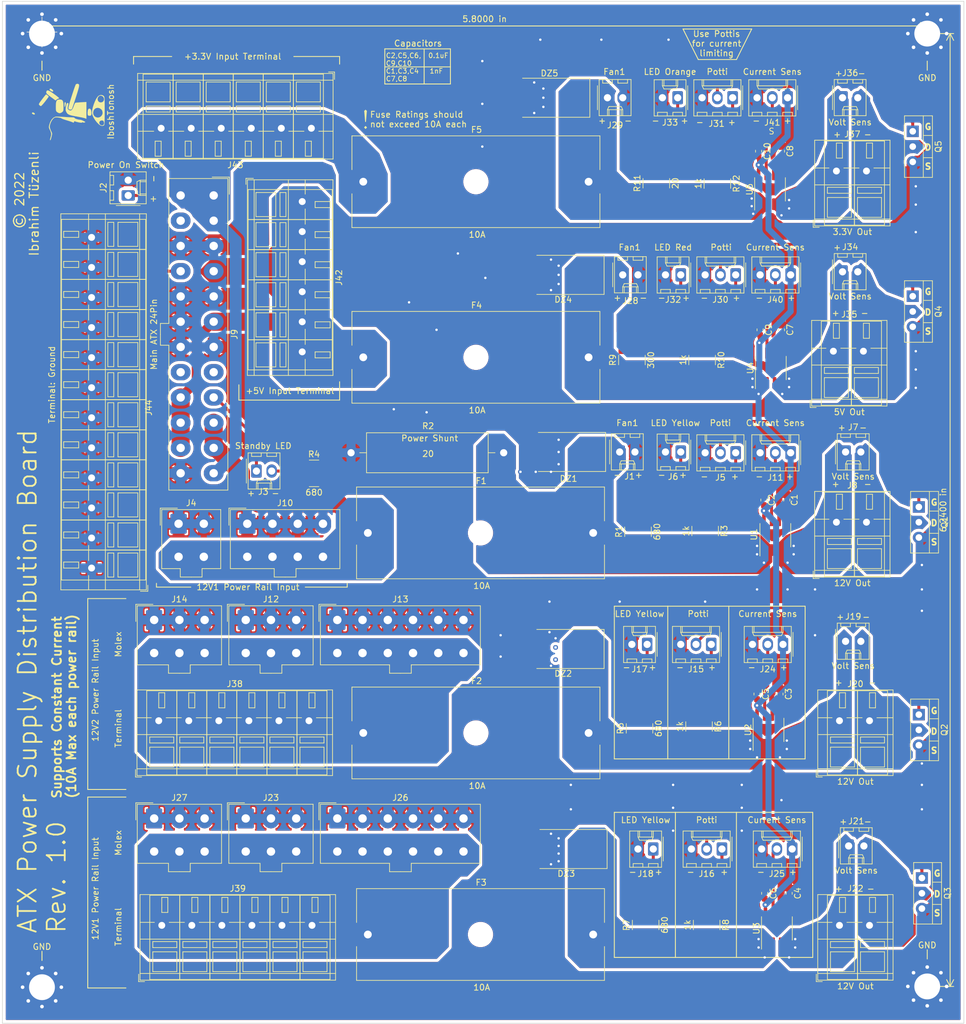
<source format=kicad_pcb>
(kicad_pcb (version 20171130) (host pcbnew "(5.1.5)-3")
  (title_block (title "ATX Power Supply Distribution Board") (date 21.03.2022) (rev 1.0) (company "Ibrahim Tüzenli"))
  (layers (0 F.Cu signal) (31 B.Cu signal) (34 B.Paste user) (35 F.Paste user) (36 B.SilkS user) (37 F.SilkS user) (38 B.Mask user) (39 F.Mask user) (44 Edge.Cuts user))
  (net 0 "")
  (net 1 "Net-(C1-Pad2)")
  (net 2 GND)
  (net 3 +5V)
  (net 4 "Net-(C3-Pad2)")
  (net 5 "Net-(C4-Pad2)")
  (net 6 "Net-(C7-Pad2)")
  (net 7 "Net-(C8-Pad2)")
  (net 8 "Net-(DZ1-Pad1)")
  (net 9 "Net-(DZ2-Pad1)")
  (net 10 "Net-(DZ3-Pad1)")
  (net 11 "Net-(DZ5-Pad1)")
  (net 12 +12V1)
  (net 13 +12V2)
  (net 14 +12V3)
  (net 15 +3.3V)
  (net 16 PS_ON)
  (net 17 +5VSB)
  (net 18 "Net-(J3-Pad2)")
  (net 19 "Net-(J5-Pad2)")
  (net 20 "Net-(J5-Pad1)")
  (net 21 "Net-(J6-Pad1)")
  (net 22 "Net-(J7-Pad1)")
  (net 23 12V1-)
  (net 24 PWR_OK)
  (net 25 -12V)
  (net 26 -5V)
  (net 27 "Net-(J11-Pad2)")
  (net 28 "Net-(J15-Pad1)")
  (net 29 "Net-(J15-Pad2)")
  (net 30 "Net-(J16-Pad2)")
  (net 31 "Net-(J16-Pad1)")
  (net 32 "Net-(J17-Pad1)")
  (net 33 "Net-(J18-Pad1)")
  (net 34 "Net-(J19-Pad1)")
  (net 35 12V2-)
  (net 36 "Net-(J21-Pad1)")
  (net 37 12V3-)
  (net 38 "Net-(J24-Pad2)")
  (net 39 "Net-(J25-Pad2)")
  (net 40 "Net-(J30-Pad2)")
  (net 41 "Net-(J30-Pad1)")
  (net 42 "Net-(J31-Pad1)")
  (net 43 "Net-(J31-Pad2)")
  (net 44 "Net-(J32-Pad1)")
  (net 45 "Net-(J33-Pad1)")
  (net 46 5V-)
  (net 47 "Net-(J34-Pad1)")
  (net 48 "Net-(J36-Pad1)")
  (net 49 3.3V-)
  (net 50 "Net-(J40-Pad2)")
  (net 51 "Net-(J41-Pad2)")
  (net 52 +F5V)
  (module CustomFootPrints:robot40x40 (layer F.Cu) (at 26.566 33.31 90)
    (fp_text reference G*** hide)
    (fp_text value IboshTonosh (at -0.508 7.366 90) (layer F.SilkS))
  )
  (module Fuse:Fuseholder_Cylinder-6.3x32mm_Schurter_0031-8002_Horizontal_Open (layer F.Cu) (at 75.946 45.466)
    (fp_text reference F5 (at 18.85 -8.65) (layer F.SilkS))
    (fp_text value 10A (at 18.95 8.8) (layer F.SilkS))
    (pad 1 thru_hole oval (at 0 0) (size 3.25 6) (drill 1.3) (layers *.Cu *.Mask) (net 15 +3.3V))
    (pad 2 thru_hole oval (at 37.5 0) (size 3.25 6) (drill 1.3) (layers *.Cu *.Mask) (net 11 "Net-(DZ5-Pad1)"))
    (pad "" np_thru_hole circle (at 18.75 0) (size 3.2 3.2) (drill 3.2) (layers *.Cu *.Mask))
  )
  (module Fuse:Fuseholder_Cylinder-6.3x32mm_Schurter_0031-8002_Horizontal_Open (layer F.Cu) (at 75.946 74.676)
    (fp_text reference F4 (at 18.85 -8.65) (layer F.SilkS))
    (fp_text value 10A (at 18.95 8.8) (layer F.SilkS))
    (pad "" np_thru_hole circle (at 18.75 0) (size 3.2 3.2) (drill 3.2) (layers *.Cu *.Mask))
    (pad 2 thru_hole oval (at 37.5 0) (size 3.25 6) (drill 1.3) (layers *.Cu *.Mask) (net 52 +F5V))
    (pad 1 thru_hole oval (at 0 0) (size 3.25 6) (drill 1.3) (layers *.Cu *.Mask) (net 3 +5V))
  )
  (module Diode_SMD:D_SMC_Handsoldering (layer F.Cu) (at 106.852 31.496 180)
    (fp_text reference DZ5 (at -0.082 4.064) (layer F.SilkS))
    (fp_text value D_Zener_ALT)
    (pad 1 smd rect (at -4.4 0 270) (size 3.3 4.5) (layers F.Cu F.Paste F.Mask) (net 11 "Net-(DZ5-Pad1)"))
    (pad 2 smd rect (at 4.4 0 270) (size 3.3 4.5) (layers F.Cu F.Paste F.Mask) (net 2 GND))
  )
  (module TerminalBlock_WAGO:TerminalBlock_WAGO_236-102_1x02_P5.00mm_45Degree (layer F.Cu) (at 155.194 169.164)
    (fp_text reference J22 (at 2.65 -6.12) (layer F.SilkS))
    (fp_text value "12V Out" (at 2.65 10.12) (layer F.SilkS))
    (pad 2 thru_hole oval (at 5 0) (size 1.5 3) (drill 1.15) (layers *.Cu *.Mask) (net 37 12V3-))
    (pad 1 thru_hole rect (at 0 0) (size 1.5 3) (drill 1.15) (layers *.Cu *.Mask) (net 36 "Net-(J21-Pad1)"))
  )
  (module MountingHole:MountingHole_4.3mm_M4_Pad_Via (layer F.Cu) (at 169.799 179.324)
    (fp_text reference REF** hide)
    (fp_text value "Mounting Hole")
    (pad 1 thru_hole circle (at 0 0) (size 8.6 8.6) (drill 4.3) (layers *.Cu *.Mask) (net 2 GND))
    (pad 1 thru_hole circle (at 3.225 0) (size 0.9 0.9) (drill 0.6) (layers *.Cu *.Mask))
    (pad 1 thru_hole circle (at 2.280419 2.280419) (size 0.9 0.9) (drill 0.6) (layers *.Cu *.Mask))
    (pad 1 thru_hole circle (at 0 3.225) (size 0.9 0.9) (drill 0.6) (layers *.Cu *.Mask))
    (pad 1 thru_hole circle (at -2.280419 2.280419) (size 0.9 0.9) (drill 0.6) (layers *.Cu *.Mask))
    (pad 1 thru_hole circle (at -3.225 0) (size 0.9 0.9) (drill 0.6) (layers *.Cu *.Mask))
    (pad 1 thru_hole circle (at -2.280419 -2.280419) (size 0.9 0.9) (drill 0.6) (layers *.Cu *.Mask))
    (pad 1 thru_hole circle (at 0 -3.225) (size 0.9 0.9) (drill 0.6) (layers *.Cu *.Mask))
    (pad 1 thru_hole circle (at 2.280419 -2.280419) (size 0.9 0.9) (drill 0.6) (layers *.Cu *.Mask))
  )
  (module MountingHole:MountingHole_4.3mm_M4_Pad_Via (layer F.Cu) (at 22.479 179.451)
    (fp_text reference REF** hide)
    (fp_text value "Mounting Hole")
    (pad 1 thru_hole circle (at 0 0) (size 8.6 8.6) (drill 4.3) (layers *.Cu *.Mask) (net 2 GND))
    (pad 1 thru_hole circle (at 3.225 0) (size 0.9 0.9) (drill 0.6) (layers *.Cu *.Mask))
    (pad 1 thru_hole circle (at 2.280419 2.280419) (size 0.9 0.9) (drill 0.6) (layers *.Cu *.Mask))
    (pad 1 thru_hole circle (at 0 3.225) (size 0.9 0.9) (drill 0.6) (layers *.Cu *.Mask))
    (pad 1 thru_hole circle (at -2.280419 2.280419) (size 0.9 0.9) (drill 0.6) (layers *.Cu *.Mask))
    (pad 1 thru_hole circle (at -3.225 0) (size 0.9 0.9) (drill 0.6) (layers *.Cu *.Mask))
    (pad 1 thru_hole circle (at -2.280419 -2.280419) (size 0.9 0.9) (drill 0.6) (layers *.Cu *.Mask))
    (pad 1 thru_hole circle (at 0 -3.225) (size 0.9 0.9) (drill 0.6) (layers *.Cu *.Mask))
    (pad 1 thru_hole circle (at 2.280419 -2.280419) (size 0.9 0.9) (drill 0.6) (layers *.Cu *.Mask))
  )
  (module MountingHole:MountingHole_4.3mm_M4_Pad_Via (layer F.Cu) (at 22.479 20.828)
    (fp_text reference REF** hide)
    (fp_text value "Mounting Hole")
    (pad 1 thru_hole circle (at 2.280419 -2.280419) (size 0.9 0.9) (drill 0.6) (layers *.Cu *.Mask))
    (pad 1 thru_hole circle (at 0 -3.225) (size 0.9 0.9) (drill 0.6) (layers *.Cu *.Mask))
    (pad 1 thru_hole circle (at -2.280419 -2.280419) (size 0.9 0.9) (drill 0.6) (layers *.Cu *.Mask))
    (pad 1 thru_hole circle (at -3.225 0) (size 0.9 0.9) (drill 0.6) (layers *.Cu *.Mask))
    (pad 1 thru_hole circle (at -2.280419 2.280419) (size 0.9 0.9) (drill 0.6) (layers *.Cu *.Mask))
    (pad 1 thru_hole circle (at 0 3.225) (size 0.9 0.9) (drill 0.6) (layers *.Cu *.Mask))
    (pad 1 thru_hole circle (at 2.280419 2.280419) (size 0.9 0.9) (drill 0.6) (layers *.Cu *.Mask))
    (pad 1 thru_hole circle (at 3.225 0) (size 0.9 0.9) (drill 0.6) (layers *.Cu *.Mask))
    (pad 1 thru_hole circle (at 0 0) (size 8.6 8.6) (drill 4.3) (layers *.Cu *.Mask) (net 2 GND))
  )
  (module MountingHole:MountingHole_4.3mm_M4_Pad_Via (layer F.Cu) (at 169.799 20.828)
    (fp_text reference REF** hide)
    (fp_text value "Mounting Hole")
    (pad 1 thru_hole circle (at 0 0) (size 8.6 8.6) (drill 4.3) (layers *.Cu *.Mask) (net 2 GND))
    (pad 1 thru_hole circle (at 3.225 0) (size 0.9 0.9) (drill 0.6) (layers *.Cu *.Mask))
    (pad 1 thru_hole circle (at 2.280419 2.280419) (size 0.9 0.9) (drill 0.6) (layers *.Cu *.Mask))
    (pad 1 thru_hole circle (at 0 3.225) (size 0.9 0.9) (drill 0.6) (layers *.Cu *.Mask))
    (pad 1 thru_hole circle (at -2.280419 2.280419) (size 0.9 0.9) (drill 0.6) (layers *.Cu *.Mask))
    (pad 1 thru_hole circle (at -3.225 0) (size 0.9 0.9) (drill 0.6) (layers *.Cu *.Mask))
    (pad 1 thru_hole circle (at -2.280419 -2.280419) (size 0.9 0.9) (drill 0.6) (layers *.Cu *.Mask))
    (pad 1 thru_hole circle (at 0 -3.225) (size 0.9 0.9) (drill 0.6) (layers *.Cu *.Mask))
    (pad 1 thru_hole circle (at 2.280419 -2.280419) (size 0.9 0.9) (drill 0.6) (layers *.Cu *.Mask))
  )
  (module Capacitor_SMD:C_0603_1608Metric_Pad1.05x0.95mm_HandSolder (layer F.Cu) (at 146.431 98.411 270)
    (fp_text reference C1 (at 0 -1.27 270) (layer F.SilkS))
    (fp_text value 1nF)
    (pad 2 smd roundrect (at 0.875 0 270) (size 1.05 0.95) (layers F.Cu F.Paste F.Mask) (net 1 "Net-(C1-Pad2)"))
    (pad 1 smd roundrect (at -0.875 0 270) (size 1.05 0.95) (layers F.Cu F.Paste F.Mask) (net 2 GND))
  )
  (module Capacitor_SMD:C_0603_1608Metric_Pad1.05x0.95mm_HandSolder (layer F.Cu) (at 142.621 98.411 270)
    (fp_text reference C2 (at 0 -1.27 270) (layer F.SilkS))
    (fp_text value 0.1uF)
    (pad 1 smd roundrect (at -0.875 0 270) (size 1.05 0.95) (layers F.Cu F.Paste F.Mask) (net 2 GND))
    (pad 2 smd roundrect (at 0.875 0 270) (size 1.05 0.95) (layers F.Cu F.Paste F.Mask) (net 52 +F5V))
  )
  (module Capacitor_SMD:C_0603_1608Metric_Pad1.05x0.95mm_HandSolder (layer F.Cu) (at 145.288 130.683 270)
    (fp_text reference C3 (at 0 -1.43 90) (layer F.SilkS))
    (fp_text value 1nF)
    (pad 2 smd roundrect (at 0.875 0 270) (size 1.05 0.95) (layers F.Cu F.Paste F.Mask) (net 4 "Net-(C3-Pad2)"))
    (pad 1 smd roundrect (at -0.875 0 270) (size 1.05 0.95) (layers F.Cu F.Paste F.Mask) (net 2 GND))
  )
  (module Capacitor_SMD:C_0603_1608Metric_Pad1.05x0.95mm_HandSolder (layer F.Cu) (at 146.812 163.83 270)
    (fp_text reference C4 (at 0 -1.43 90) (layer F.SilkS))
    (fp_text value 1nF)
    (pad 2 smd roundrect (at 0.875 0 270) (size 1.05 0.95) (layers F.Cu F.Paste F.Mask) (net 5 "Net-(C4-Pad2)"))
    (pad 1 smd roundrect (at -0.875 0 270) (size 1.05 0.95) (layers F.Cu F.Paste F.Mask) (net 2 GND))
  )
  (module Capacitor_SMD:C_0603_1608Metric_Pad1.05x0.95mm_HandSolder (layer F.Cu) (at 141.478 130.683 270)
    (fp_text reference C5 (at 0 -1.43 90) (layer F.SilkS))
    (fp_text value 0.1uF)
    (pad 1 smd roundrect (at -0.875 0 270) (size 1.05 0.95) (layers F.Cu F.Paste F.Mask) (net 2 GND))
    (pad 2 smd roundrect (at 0.875 0 270) (size 1.05 0.95) (layers F.Cu F.Paste F.Mask) (net 52 +F5V))
  )
  (module Capacitor_SMD:C_0603_1608Metric_Pad1.05x0.95mm_HandSolder (layer F.Cu) (at 142.748 163.83 270)
    (fp_text reference C6 (at 0 -1.43 90) (layer F.SilkS))
    (fp_text value 0.1uF)
    (pad 1 smd roundrect (at -0.875 0 270) (size 1.05 0.95) (layers F.Cu F.Paste F.Mask) (net 2 GND))
    (pad 2 smd roundrect (at 0.875 0 270) (size 1.05 0.95) (layers F.Cu F.Paste F.Mask) (net 52 +F5V))
  )
  (module Capacitor_SMD:C_0603_1608Metric_Pad1.05x0.95mm_HandSolder (layer F.Cu) (at 145.542 70.104 270)
    (fp_text reference C7 (at 0 -1.43 90) (layer F.SilkS))
    (fp_text value 1nF)
    (pad 1 smd roundrect (at -0.875 0 270) (size 1.05 0.95) (layers F.Cu F.Paste F.Mask) (net 2 GND))
    (pad 2 smd roundrect (at 0.875 0 270) (size 1.05 0.95) (layers F.Cu F.Paste F.Mask) (net 6 "Net-(C7-Pad2)"))
  )
  (module Capacitor_SMD:C_0603_1608Metric_Pad1.05x0.95mm_HandSolder (layer F.Cu) (at 145.542 40.386 270)
    (fp_text reference C8 (at 0 -1.43 90) (layer F.SilkS))
    (fp_text value 1nF)
    (pad 1 smd roundrect (at -0.875 0 270) (size 1.05 0.95) (layers F.Cu F.Paste F.Mask) (net 2 GND))
    (pad 2 smd roundrect (at 0.875 0 270) (size 1.05 0.95) (layers F.Cu F.Paste F.Mask) (net 7 "Net-(C8-Pad2)"))
  )
  (module Capacitor_SMD:C_0603_1608Metric_Pad1.05x0.95mm_HandSolder (layer F.Cu) (at 141.986 70.104 270)
    (fp_text reference C9 (at 0 -1.43 90) (layer F.SilkS))
    (fp_text value 0.1uF)
    (pad 1 smd roundrect (at -0.875 0 270) (size 1.05 0.95) (layers F.Cu F.Paste F.Mask) (net 2 GND))
    (pad 2 smd roundrect (at 0.875 0 270) (size 1.05 0.95) (layers F.Cu F.Paste F.Mask) (net 52 +F5V))
  )
  (module Capacitor_SMD:C_0603_1608Metric_Pad1.05x0.95mm_HandSolder (layer F.Cu) (at 141.732 40.386 270)
    (fp_text reference C10 (at 0 -1.43 90) (layer F.SilkS))
    (fp_text value 0.1uF)
    (pad 1 smd roundrect (at -0.875 0 270) (size 1.05 0.95) (layers F.Cu F.Paste F.Mask) (net 2 GND))
    (pad 2 smd roundrect (at 0.875 0 270) (size 1.05 0.95) (layers F.Cu F.Paste F.Mask) (net 52 +F5V))
  )
  (module Diode_SMD:D_SMC_Handsoldering (layer F.Cu) (at 109.474 90.424 180)
    (fp_text reference DZ1 (at -0.635 -4.445) (layer F.SilkS))
    (fp_text value D_Zener_ALT)
    (pad 1 smd rect (at -4.4 0 270) (size 3.3 4.5) (layers F.Cu F.Paste F.Mask) (net 8 "Net-(DZ1-Pad1)"))
    (pad 2 smd rect (at 4.4 0 270) (size 3.3 4.5) (layers F.Cu F.Paste F.Mask) (net 2 GND))
  )
  (module Diode_SMD:D_SMC_Handsoldering (layer F.Cu) (at 109.22 123.19 180)
    (fp_text reference DZ2 (at 0 -4.1) (layer F.SilkS))
    (fp_text value D_Zener_ALT)
    (pad 1 smd rect (at -4.4 0 270) (size 3.3 4.5) (layers F.Cu F.Paste F.Mask) (net 9 "Net-(DZ2-Pad1)"))
    (pad 2 smd rect (at 4.4 0 270) (size 3.3 4.5) (layers F.Cu F.Paste F.Mask) (net 2 GND))
  )
  (module Diode_SMD:D_SMC_Handsoldering (layer F.Cu) (at 109.728 156.464 180)
    (fp_text reference DZ3 (at 0 -4.1) (layer F.SilkS))
    (fp_text value D_Zener_ALT)
    (pad 2 smd rect (at 4.4 0 270) (size 3.3 4.5) (layers F.Cu F.Paste F.Mask) (net 2 GND))
    (pad 1 smd rect (at -4.4 0 270) (size 3.3 4.5) (layers F.Cu F.Paste F.Mask) (net 10 "Net-(DZ3-Pad1)"))
  )
  (module Diode_SMD:D_SMC_Handsoldering (layer F.Cu) (at 109.22 60.96 180)
    (fp_text reference DZ4 (at 0 -4.1) (layer F.SilkS))
    (fp_text value D_Zener_ALT)
    (pad 2 smd rect (at 4.4 0 270) (size 3.3 4.5) (layers F.Cu F.Paste F.Mask) (net 2 GND))
    (pad 1 smd rect (at -4.4 0 270) (size 3.3 4.5) (layers F.Cu F.Paste F.Mask) (net 52 +F5V))
  )
  (module Fuse:Fuseholder_Cylinder-6.3x32mm_Schurter_0031-8002_Horizontal_Open (layer F.Cu) (at 76.708 103.886)
    (fp_text reference F1 (at 18.85 -8.65) (layer F.SilkS))
    (fp_text value 10A (at 18.95 8.8) (layer F.SilkS))
    (pad "" np_thru_hole circle (at 18.75 0) (size 3.2 3.2) (drill 3.2) (layers *.Cu *.Mask))
    (pad 2 thru_hole oval (at 37.5 0) (size 3.25 6) (drill 1.3) (layers *.Cu *.Mask) (net 8 "Net-(DZ1-Pad1)"))
    (pad 1 thru_hole oval (at 0 0) (size 3.25 6) (drill 1.3) (layers *.Cu *.Mask) (net 12 +12V1))
  )
  (module Fuse:Fuseholder_Cylinder-6.3x32mm_Schurter_0031-8002_Horizontal_Open (layer F.Cu) (at 75.946 137.16)
    (fp_text reference F2 (at 18.85 -8.65) (layer F.SilkS))
    (fp_text value 10A (at 18.95 8.8) (layer F.SilkS))
    (pad 1 thru_hole oval (at 0 0) (size 3.25 6) (drill 1.3) (layers *.Cu *.Mask) (net 13 +12V2))
    (pad 2 thru_hole oval (at 37.5 0) (size 3.25 6) (drill 1.3) (layers *.Cu *.Mask) (net 9 "Net-(DZ2-Pad1)"))
    (pad "" np_thru_hole circle (at 18.75 0) (size 3.2 3.2) (drill 3.2) (layers *.Cu *.Mask))
  )
  (module Fuse:Fuseholder_Cylinder-6.3x32mm_Schurter_0031-8002_Horizontal_Open (layer F.Cu) (at 76.708 170.688)
    (fp_text reference F3 (at 18.85 -8.65) (layer F.SilkS))
    (fp_text value 10A (at 18.95 8.8) (layer F.SilkS))
    (pad "" np_thru_hole circle (at 18.75 0) (size 3.2 3.2) (drill 3.2) (layers *.Cu *.Mask))
    (pad 2 thru_hole oval (at 37.5 0) (size 3.25 6) (drill 1.3) (layers *.Cu *.Mask) (net 10 "Net-(DZ3-Pad1)"))
    (pad 1 thru_hole oval (at 0 0) (size 3.25 6) (drill 1.3) (layers *.Cu *.Mask) (net 14 +12V3))
  )
  (module Connector_Molex:Molex_KK-254_AE-6410-02A_1x02_P2.54mm_Vertical (layer F.Cu) (at 118.618 90.424)
    (fp_text reference J1 (at 1.651 4.064) (layer F.SilkS))
    (fp_text value Fan1 (at 1.27 -4.826) (layer F.SilkS))
    (pad 1 thru_hole roundrect (at 0 0) (size 1.74 2.2) (drill 1.2) (layers *.Cu *.Mask) (roundrect_rratio 0.143678) (net 8 "Net-(DZ1-Pad1)"))
    (pad 2 thru_hole oval (at 2.54 0) (size 1.74 2.2) (drill 1.2) (layers *.Cu *.Mask) (net 2 GND))
  )
  (module Connector_Molex:Molex_KK-254_AE-6410-02A_1x02_P2.54mm_Vertical (layer F.Cu) (at 36.83 47.752 90)
    (fp_text reference J2 (at 1.27 -4.12 90) (layer F.SilkS))
    (fp_text value "Power On Switch" (at 5.08 -0.381 180) (layer F.SilkS))
    (pad 2 thru_hole oval (at 2.54 0 90) (size 1.74 2.2) (drill 1.2) (layers *.Cu *.Mask) (net 2 GND))
    (pad 1 thru_hole roundrect (at 0 0 90) (size 1.74 2.2) (drill 1.2) (layers *.Cu *.Mask) (roundrect_rratio 0.143678) (net 16 PS_ON))
  )
  (module Connector_Molex:Molex_KK-254_AE-6410-02A_1x02_P2.54mm_Vertical (layer F.Cu) (at 58.166 93.599)
    (fp_text reference J3 (at 1.143 3.429) (layer F.SilkS))
    (fp_text value "Standby LED" (at 1.143 -4.191) (layer F.SilkS))
    (pad 1 thru_hole roundrect (at 0 0) (size 1.74 2.2) (drill 1.2) (layers *.Cu *.Mask) (roundrect_rratio 0.143678) (net 17 +5VSB))
    (pad 2 thru_hole oval (at 2.54 0) (size 1.74 2.2) (drill 1.2) (layers *.Cu *.Mask) (net 18 "Net-(J3-Pad2)"))
  )
  (module Connector_Molex:Molex_Mini-Fit_Jr_5566-04A_2x02_P4.20mm_Vertical (layer F.Cu) (at 45.212 102.362)
    (fp_text reference J4 (at 2.1 -3.45) (layer F.SilkS))
    (fp_text value "ATX 12V1 Input")
    (pad 1 thru_hole roundrect (at 0 0) (size 2.7 3.3) (drill 1.4) (layers *.Cu *.Mask) (roundrect_rratio 0.09259299999999999) (net 2 GND))
    (pad 2 thru_hole oval (at 4.2 0) (size 2.7 3.3) (drill 1.4) (layers *.Cu *.Mask) (net 2 GND))
    (pad 3 thru_hole oval (at 0 5.5) (size 2.7 3.3) (drill 1.4) (layers *.Cu *.Mask) (net 12 +12V1))
    (pad 4 thru_hole oval (at 4.2 5.5) (size 2.7 3.3) (drill 1.4) (layers *.Cu *.Mask) (net 12 +12V1))
  )
  (module Connector_Molex:Molex_KK-254_AE-6410-03A_1x03_P2.54mm_Vertical (layer F.Cu) (at 137.922 90.551 180)
    (fp_text reference J5 (at 2.54 -4.12) (layer F.SilkS))
    (fp_text value Potti (at 2.54 4.953) (layer F.SilkS))
    (pad 3 thru_hole oval (at 5.08 0 180) (size 1.74 2.2) (drill 1.2) (layers *.Cu *.Mask) (net 2 GND))
    (pad 2 thru_hole oval (at 2.54 0 180) (size 1.74 2.2) (drill 1.2) (layers *.Cu *.Mask) (net 19 "Net-(J5-Pad2)"))
    (pad 1 thru_hole roundrect (at 0 0 180) (size 1.74 2.2) (drill 1.2) (layers *.Cu *.Mask) (roundrect_rratio 0.143678) (net 20 "Net-(J5-Pad1)"))
  )
  (module Connector_Molex:Molex_KK-254_AE-6410-02A_1x02_P2.54mm_Vertical (layer F.Cu) (at 128.778 90.424 180)
    (fp_text reference J6 (at 1.27 -4.12) (layer F.SilkS))
    (fp_text value "LED Yellow" (at 0.889 4.826) (layer F.SilkS))
    (pad 2 thru_hole oval (at 2.54 0 180) (size 1.74 2.2) (drill 1.2) (layers *.Cu *.Mask) (net 2 GND))
    (pad 1 thru_hole roundrect (at 0 0 180) (size 1.74 2.2) (drill 1.2) (layers *.Cu *.Mask) (roundrect_rratio 0.143678) (net 21 "Net-(J6-Pad1)"))
  )
  (module Connector_Molex:Molex_KK-254_AE-6410-02A_1x02_P2.54mm_Vertical (layer F.Cu) (at 156.21 90.424)
    (fp_text reference J7 (at 1.27 -4.12) (layer F.SilkS))
    (fp_text value "Volt Sens" (at 1.27 4.08) (layer F.SilkS))
    (pad 1 thru_hole roundrect (at 0 0) (size 1.74 2.2) (drill 1.2) (layers *.Cu *.Mask) (roundrect_rratio 0.143678) (net 22 "Net-(J7-Pad1)"))
    (pad 2 thru_hole oval (at 2.54 0) (size 1.74 2.2) (drill 1.2) (layers *.Cu *.Mask) (net 23 12V1-))
  )
  (module Connector_Molex:Molex_Mini-Fit_Jr_5566-24A_2x12_P4.20mm_Vertical (layer F.Cu) (at 51.054 47.752 270)
    (fp_text reference J9 (at 23.1 -3.45 90) (layer F.SilkS))
    (fp_text value "Main ATX 24Pin" (at 23.1 9.95 90) (layer F.SilkS))
    (pad 1 thru_hole roundrect (at 0 0 270) (size 2.7 3.3) (drill 1.4) (layers *.Cu *.Mask) (roundrect_rratio 0.09259299999999999) (net 15 +3.3V))
    (pad 2 thru_hole oval (at 4.2 0 270) (size 2.7 3.3) (drill 1.4) (layers *.Cu *.Mask) (net 15 +3.3V))
    (pad 3 thru_hole oval (at 8.4 0 270) (size 2.7 3.3) (drill 1.4) (layers *.Cu *.Mask) (net 2 GND))
    (pad 4 thru_hole oval (at 12.6 0 270) (size 2.7 3.3) (drill 1.4) (layers *.Cu *.Mask) (net 3 +5V))
    (pad 5 thru_hole oval (at 16.8 0 270) (size 2.7 3.3) (drill 1.4) (layers *.Cu *.Mask) (net 2 GND))
    (pad 6 thru_hole oval (at 21 0 270) (size 2.7 3.3) (drill 1.4) (layers *.Cu *.Mask) (net 3 +5V))
    (pad 7 thru_hole oval (at 25.2 0 270) (size 2.7 3.3) (drill 1.4) (layers *.Cu *.Mask) (net 2 GND))
    (pad 8 thru_hole oval (at 29.4 0 270) (size 2.7 3.3) (drill 1.4) (layers *.Cu *.Mask) (net 24 PWR_OK))
    (pad 9 thru_hole oval (at 33.6 0 270) (size 2.7 3.3) (drill 1.4) (layers *.Cu *.Mask) (net 17 +5VSB))
    (pad 10 thru_hole oval (at 37.8 0 270) (size 2.7 3.3) (drill 1.4) (layers *.Cu *.Mask) (net 12 +12V1))
    (pad 11 thru_hole oval (at 42 0 270) (size 2.7 3.3) (drill 1.4) (layers *.Cu *.Mask) (net 12 +12V1))
    (pad 12 thru_hole oval (at 46.2 0 270) (size 2.7 3.3) (drill 1.4) (layers *.Cu *.Mask) (net 15 +3.3V))
    (pad 13 thru_hole oval (at 0 5.5 270) (size 2.7 3.3) (drill 1.4) (layers *.Cu *.Mask) (net 15 +3.3V))
    (pad 14 thru_hole oval (at 4.2 5.5 270) (size 2.7 3.3) (drill 1.4) (layers *.Cu *.Mask) (net 25 -12V))
    (pad 15 thru_hole oval (at 8.4 5.5 270) (size 2.7 3.3) (drill 1.4) (layers *.Cu *.Mask) (net 2 GND))
    (pad 16 thru_hole oval (at 12.6 5.5 270) (size 2.7 3.3) (drill 1.4) (layers *.Cu *.Mask) (net 16 PS_ON))
    (pad 17 thru_hole oval (at 16.8 5.5 270) (size 2.7 3.3) (drill 1.4) (layers *.Cu *.Mask) (net 2 GND))
    (pad 18 thru_hole oval (at 21 5.5 270) (size 2.7 3.3) (drill 1.4) (layers *.Cu *.Mask) (net 2 GND))
    (pad 19 thru_hole oval (at 25.2 5.5 270) (size 2.7 3.3) (drill 1.4) (layers *.Cu *.Mask) (net 2 GND))
    (pad 20 thru_hole oval (at 29.4 5.5 270) (size 2.7 3.3) (drill 1.4) (layers *.Cu *.Mask) (net 26 -5V))
    (pad 21 thru_hole oval (at 33.6 5.5 270) (size 2.7 3.3) (drill 1.4) (layers *.Cu *.Mask) (net 3 +5V))
    (pad 22 thru_hole oval (at 37.8 5.5 270) (size 2.7 3.3) (drill 1.4) (layers *.Cu *.Mask) (net 3 +5V))
    (pad 23 thru_hole oval (at 42 5.5 270) (size 2.7 3.3) (drill 1.4) (layers *.Cu *.Mask) (net 3 +5V))
    (pad 24 thru_hole oval (at 46.2 5.5 270) (size 2.7 3.3) (drill 1.4) (layers *.Cu *.Mask) (net 2 GND))
  )
  (module Connector_Molex:Molex_KK-254_AE-6410-03A_1x03_P2.54mm_Vertical (layer F.Cu) (at 147.066 90.551 180)
    (fp_text reference J11 (at 2.54 -4.12) (layer F.SilkS))
    (fp_text value "Current Sens" (at 2.54 4.953) (layer F.SilkS))
    (pad 1 thru_hole roundrect (at 0 0 180) (size 1.74 2.2) (drill 1.2) (layers *.Cu *.Mask) (roundrect_rratio 0.143678) (net 52 +F5V))
    (pad 2 thru_hole oval (at 2.54 0 180) (size 1.74 2.2) (drill 1.2) (layers *.Cu *.Mask) (net 27 "Net-(J11-Pad2)"))
    (pad 3 thru_hole oval (at 5.08 0 180) (size 1.74 2.2) (drill 1.2) (layers *.Cu *.Mask) (net 2 GND))
  )
  (module Connector_Molex:Molex_Mini-Fit_Jr_5566-06A_2x03_P4.20mm_Vertical (layer F.Cu) (at 56.388 118.364)
    (fp_text reference J12 (at 4.2 -3.45) (layer F.SilkS))
    (fp_text value "Molex: ATX 12V2 Input")
    (pad 1 thru_hole roundrect (at 0 0) (size 2.7 3.3) (drill 1.4) (layers *.Cu *.Mask) (roundrect_rratio 0.09259299999999999) (net 2 GND))
    (pad 2 thru_hole oval (at 4.2 0) (size 2.7 3.3) (drill 1.4) (layers *.Cu *.Mask) (net 2 GND))
    (pad 3 thru_hole oval (at 8.4 0) (size 2.7 3.3) (drill 1.4) (layers *.Cu *.Mask) (net 2 GND))
    (pad 4 thru_hole oval (at 0 5.5) (size 2.7 3.3) (drill 1.4) (layers *.Cu *.Mask) (net 13 +12V2))
    (pad 5 thru_hole oval (at 4.2 5.5) (size 2.7 3.3) (drill 1.4) (layers *.Cu *.Mask) (net 13 +12V2))
    (pad 6 thru_hole oval (at 8.4 5.5) (size 2.7 3.3) (drill 1.4) (layers *.Cu *.Mask) (net 13 +12V2))
  )
  (module Connector_Molex:Molex_Mini-Fit_Jr_5566-12A_2x06_P4.20mm_Vertical (layer F.Cu) (at 71.628 118.364)
    (fp_text reference J13 (at 10.5 -3.45) (layer F.SilkS))
    (fp_text value "Molex: ATX 12V2 Input")
    (pad 12 thru_hole oval (at 21 5.5) (size 2.7 3.3) (drill 1.4) (layers *.Cu *.Mask) (net 13 +12V2))
    (pad 11 thru_hole oval (at 16.8 5.5) (size 2.7 3.3) (drill 1.4) (layers *.Cu *.Mask) (net 13 +12V2))
    (pad 10 thru_hole oval (at 12.6 5.5) (size 2.7 3.3) (drill 1.4) (layers *.Cu *.Mask) (net 13 +12V2))
    (pad 9 thru_hole oval (at 8.4 5.5) (size 2.7 3.3) (drill 1.4) (layers *.Cu *.Mask) (net 13 +12V2))
    (pad 8 thru_hole oval (at 4.2 5.5) (size 2.7 3.3) (drill 1.4) (layers *.Cu *.Mask) (net 13 +12V2))
    (pad 7 thru_hole oval (at 0 5.5) (size 2.7 3.3) (drill 1.4) (layers *.Cu *.Mask) (net 13 +12V2))
    (pad 6 thru_hole oval (at 21 0) (size 2.7 3.3) (drill 1.4) (layers *.Cu *.Mask) (net 2 GND))
    (pad 5 thru_hole oval (at 16.8 0) (size 2.7 3.3) (drill 1.4) (layers *.Cu *.Mask) (net 2 GND))
    (pad 4 thru_hole oval (at 12.6 0) (size 2.7 3.3) (drill 1.4) (layers *.Cu *.Mask) (net 2 GND))
    (pad 3 thru_hole oval (at 8.4 0) (size 2.7 3.3) (drill 1.4) (layers *.Cu *.Mask) (net 2 GND))
    (pad 2 thru_hole oval (at 4.2 0) (size 2.7 3.3) (drill 1.4) (layers *.Cu *.Mask) (net 2 GND))
    (pad 1 thru_hole roundrect (at 0 0) (size 2.7 3.3) (drill 1.4) (layers *.Cu *.Mask) (roundrect_rratio 0.09259299999999999) (net 2 GND))
  )
  (module Connector_Molex:Molex_Mini-Fit_Jr_5566-06A_2x03_P4.20mm_Vertical (layer F.Cu) (at 41.148 118.364)
    (fp_text reference J14 (at 4.2 -3.45) (layer F.SilkS))
    (fp_text value "Molex: ATX 12V2 Input")
    (pad 6 thru_hole oval (at 8.4 5.5) (size 2.7 3.3) (drill 1.4) (layers *.Cu *.Mask) (net 13 +12V2))
    (pad 5 thru_hole oval (at 4.2 5.5) (size 2.7 3.3) (drill 1.4) (layers *.Cu *.Mask) (net 13 +12V2))
    (pad 4 thru_hole oval (at 0 5.5) (size 2.7 3.3) (drill 1.4) (layers *.Cu *.Mask) (net 13 +12V2))
    (pad 3 thru_hole oval (at 8.4 0) (size 2.7 3.3) (drill 1.4) (layers *.Cu *.Mask) (net 2 GND))
    (pad 2 thru_hole oval (at 4.2 0) (size 2.7 3.3) (drill 1.4) (layers *.Cu *.Mask) (net 2 GND))
    (pad 1 thru_hole roundrect (at 0 0) (size 2.7 3.3) (drill 1.4) (layers *.Cu *.Mask) (roundrect_rratio 0.09259299999999999) (net 2 GND))
  )
  (module Connector_Molex:Molex_KK-254_AE-6410-03A_1x03_P2.54mm_Vertical (layer F.Cu) (at 133.858 122.428 180)
    (fp_text reference J15 (at 2.54 -4.12) (layer F.SilkS))
    (fp_text value Potti (at 2.159 5.08) (layer F.SilkS))
    (pad 1 thru_hole roundrect (at 0 0 180) (size 1.74 2.2) (drill 1.2) (layers *.Cu *.Mask) (roundrect_rratio 0.143678) (net 28 "Net-(J15-Pad1)"))
    (pad 2 thru_hole oval (at 2.54 0 180) (size 1.74 2.2) (drill 1.2) (layers *.Cu *.Mask) (net 29 "Net-(J15-Pad2)"))
    (pad 3 thru_hole oval (at 5.08 0 180) (size 1.74 2.2) (drill 1.2) (layers *.Cu *.Mask) (net 2 GND))
  )
  (module Connector_Molex:Molex_KK-254_AE-6410-03A_1x03_P2.54mm_Vertical (layer F.Cu) (at 135.636 156.464 180)
    (fp_text reference J16 (at 2.54 -4.12) (layer F.SilkS))
    (fp_text value Potti (at 2.54 4.826) (layer F.SilkS))
    (pad 3 thru_hole oval (at 5.08 0 180) (size 1.74 2.2) (drill 1.2) (layers *.Cu *.Mask) (net 2 GND))
    (pad 2 thru_hole oval (at 2.54 0 180) (size 1.74 2.2) (drill 1.2) (layers *.Cu *.Mask) (net 30 "Net-(J16-Pad2)"))
    (pad 1 thru_hole roundrect (at 0 0 180) (size 1.74 2.2) (drill 1.2) (layers *.Cu *.Mask) (roundrect_rratio 0.143678) (net 31 "Net-(J16-Pad1)"))
  )
  (module Connector_Molex:Molex_KK-254_AE-6410-02A_1x02_P2.54mm_Vertical (layer F.Cu) (at 123.19 122.428 180)
    (fp_text reference J17 (at 1.27 -4.12) (layer F.SilkS))
    (fp_text value "LED Yellow" (at 1.27 5.08) (layer F.SilkS))
    (pad 1 thru_hole roundrect (at 0 0 180) (size 1.74 2.2) (drill 1.2) (layers *.Cu *.Mask) (roundrect_rratio 0.143678) (net 32 "Net-(J17-Pad1)"))
    (pad 2 thru_hole oval (at 2.54 0 180) (size 1.74 2.2) (drill 1.2) (layers *.Cu *.Mask) (net 2 GND))
  )
  (module Connector_Molex:Molex_KK-254_AE-6410-02A_1x02_P2.54mm_Vertical (layer F.Cu) (at 124.206 156.464 180)
    (fp_text reference J18 (at 1.27 -4.12) (layer F.SilkS))
    (fp_text value "LED Yellow" (at 1.27 4.826) (layer F.SilkS))
    (pad 2 thru_hole oval (at 2.54 0 180) (size 1.74 2.2) (drill 1.2) (layers *.Cu *.Mask) (net 2 GND))
    (pad 1 thru_hole roundrect (at 0 0 180) (size 1.74 2.2) (drill 1.2) (layers *.Cu *.Mask) (roundrect_rratio 0.143678) (net 33 "Net-(J18-Pad1)"))
  )
  (module Connector_Molex:Molex_KK-254_AE-6410-02A_1x02_P2.54mm_Vertical (layer F.Cu) (at 156.21 121.92)
    (fp_text reference J19 (at 1.27 -4.12) (layer F.SilkS))
    (fp_text value "Volt Sens" (at 1.27 4.08) (layer F.SilkS))
    (pad 1 thru_hole roundrect (at 0 0) (size 1.74 2.2) (drill 1.2) (layers *.Cu *.Mask) (roundrect_rratio 0.143678) (net 34 "Net-(J19-Pad1)"))
    (pad 2 thru_hole oval (at 2.54 0) (size 1.74 2.2) (drill 1.2) (layers *.Cu *.Mask) (net 35 12V2-))
  )
  (module Connector_Molex:Molex_KK-254_AE-6410-02A_1x02_P2.54mm_Vertical (layer F.Cu) (at 156.718 155.956)
    (fp_text reference J21 (at 1.27 -4.12) (layer F.SilkS))
    (fp_text value "Volt Sens" (at 1.27 4.08) (layer F.SilkS))
    (pad 1 thru_hole roundrect (at 0 0) (size 1.74 2.2) (drill 1.2) (layers *.Cu *.Mask) (roundrect_rratio 0.143678) (net 36 "Net-(J21-Pad1)"))
    (pad 2 thru_hole oval (at 2.54 0) (size 1.74 2.2) (drill 1.2) (layers *.Cu *.Mask) (net 37 12V3-))
  )
  (module Connector_Molex:Molex_Mini-Fit_Jr_5566-06A_2x03_P4.20mm_Vertical (layer F.Cu) (at 56.388 151.384)
    (fp_text reference J23 (at 4.2 -3.45) (layer F.SilkS))
    (fp_text value "Molex: ATX 12V3 Input")
    (pad 1 thru_hole roundrect (at 0 0) (size 2.7 3.3) (drill 1.4) (layers *.Cu *.Mask) (roundrect_rratio 0.09259299999999999) (net 2 GND))
    (pad 2 thru_hole oval (at 4.2 0) (size 2.7 3.3) (drill 1.4) (layers *.Cu *.Mask) (net 2 GND))
    (pad 3 thru_hole oval (at 8.4 0) (size 2.7 3.3) (drill 1.4) (layers *.Cu *.Mask) (net 2 GND))
    (pad 4 thru_hole oval (at 0 5.5) (size 2.7 3.3) (drill 1.4) (layers *.Cu *.Mask) (net 14 +12V3))
    (pad 5 thru_hole oval (at 4.2 5.5) (size 2.7 3.3) (drill 1.4) (layers *.Cu *.Mask) (net 14 +12V3))
    (pad 6 thru_hole oval (at 8.4 5.5) (size 2.7 3.3) (drill 1.4) (layers *.Cu *.Mask) (net 14 +12V3))
  )
  (module Connector_Molex:Molex_KK-254_AE-6410-03A_1x03_P2.54mm_Vertical (layer F.Cu) (at 145.796 122.428 180)
    (fp_text reference J24 (at 2.54 -4.12) (layer F.SilkS))
    (fp_text value "Current Sens" (at 2.54 5.08) (layer F.SilkS))
    (pad 1 thru_hole roundrect (at 0 0 180) (size 1.74 2.2) (drill 1.2) (layers *.Cu *.Mask) (roundrect_rratio 0.143678) (net 52 +F5V))
    (pad 2 thru_hole oval (at 2.54 0 180) (size 1.74 2.2) (drill 1.2) (layers *.Cu *.Mask) (net 38 "Net-(J24-Pad2)"))
    (pad 3 thru_hole oval (at 5.08 0 180) (size 1.74 2.2) (drill 1.2) (layers *.Cu *.Mask) (net 2 GND))
  )
  (module Connector_Molex:Molex_KK-254_AE-6410-03A_1x03_P2.54mm_Vertical (layer F.Cu) (at 147.32 156.464 180)
    (fp_text reference J25 (at 2.54 -4.12) (layer F.SilkS))
    (fp_text value "Current Sens" (at 2.54 4.826) (layer F.SilkS))
    (pad 3 thru_hole oval (at 5.08 0 180) (size 1.74 2.2) (drill 1.2) (layers *.Cu *.Mask) (net 2 GND))
    (pad 2 thru_hole oval (at 2.54 0 180) (size 1.74 2.2) (drill 1.2) (layers *.Cu *.Mask) (net 39 "Net-(J25-Pad2)"))
    (pad 1 thru_hole roundrect (at 0 0 180) (size 1.74 2.2) (drill 1.2) (layers *.Cu *.Mask) (roundrect_rratio 0.143678) (net 52 +F5V))
  )
  (module Connector_Molex:Molex_Mini-Fit_Jr_5566-12A_2x06_P4.20mm_Vertical (layer F.Cu) (at 71.628 151.384)
    (fp_text reference J26 (at 10.5 -3.45) (layer F.SilkS))
    (fp_text value "Molex: ATX 12V3 Input")
    (pad 1 thru_hole roundrect (at 0 0) (size 2.7 3.3) (drill 1.4) (layers *.Cu *.Mask) (roundrect_rratio 0.09259299999999999) (net 2 GND))
    (pad 2 thru_hole oval (at 4.2 0) (size 2.7 3.3) (drill 1.4) (layers *.Cu *.Mask) (net 2 GND))
    (pad 3 thru_hole oval (at 8.4 0) (size 2.7 3.3) (drill 1.4) (layers *.Cu *.Mask) (net 2 GND))
    (pad 4 thru_hole oval (at 12.6 0) (size 2.7 3.3) (drill 1.4) (layers *.Cu *.Mask) (net 2 GND))
    (pad 5 thru_hole oval (at 16.8 0) (size 2.7 3.3) (drill 1.4) (layers *.Cu *.Mask) (net 2 GND))
    (pad 6 thru_hole oval (at 21 0) (size 2.7 3.3) (drill 1.4) (layers *.Cu *.Mask) (net 2 GND))
    (pad 7 thru_hole oval (at 0 5.5) (size 2.7 3.3) (drill 1.4) (layers *.Cu *.Mask) (net 14 +12V3))
    (pad 8 thru_hole oval (at 4.2 5.5) (size 2.7 3.3) (drill 1.4) (layers *.Cu *.Mask) (net 14 +12V3))
    (pad 9 thru_hole oval (at 8.4 5.5) (size 2.7 3.3) (drill 1.4) (layers *.Cu *.Mask) (net 14 +12V3))
    (pad 10 thru_hole oval (at 12.6 5.5) (size 2.7 3.3) (drill 1.4) (layers *.Cu *.Mask) (net 14 +12V3))
    (pad 11 thru_hole oval (at 16.8 5.5) (size 2.7 3.3) (drill 1.4) (layers *.Cu *.Mask) (net 14 +12V3))
    (pad 12 thru_hole oval (at 21 5.5) (size 2.7 3.3) (drill 1.4) (layers *.Cu *.Mask) (net 14 +12V3))
  )
  (module Connector_Molex:Molex_Mini-Fit_Jr_5566-06A_2x03_P4.20mm_Vertical (layer F.Cu) (at 41.148 151.384)
    (fp_text reference J27 (at 4.2 -3.45) (layer F.SilkS))
    (fp_text value "Molex: ATX 12V3 Input")
    (pad 6 thru_hole oval (at 8.4 5.5) (size 2.7 3.3) (drill 1.4) (layers *.Cu *.Mask) (net 14 +12V3))
    (pad 5 thru_hole oval (at 4.2 5.5) (size 2.7 3.3) (drill 1.4) (layers *.Cu *.Mask) (net 14 +12V3))
    (pad 4 thru_hole oval (at 0 5.5) (size 2.7 3.3) (drill 1.4) (layers *.Cu *.Mask) (net 14 +12V3))
    (pad 3 thru_hole oval (at 8.4 0) (size 2.7 3.3) (drill 1.4) (layers *.Cu *.Mask) (net 2 GND))
    (pad 2 thru_hole oval (at 4.2 0) (size 2.7 3.3) (drill 1.4) (layers *.Cu *.Mask) (net 2 GND))
    (pad 1 thru_hole roundrect (at 0 0) (size 2.7 3.3) (drill 1.4) (layers *.Cu *.Mask) (roundrect_rratio 0.09259299999999999) (net 2 GND))
  )
  (module Connector_Molex:Molex_KK-254_AE-6410-02A_1x02_P2.54mm_Vertical (layer F.Cu) (at 119.126 60.96)
    (fp_text reference J28 (at 1.27 4.318) (layer F.SilkS))
    (fp_text value Fan1 (at 1.143 -4.572) (layer F.SilkS))
    (pad 2 thru_hole oval (at 2.54 0) (size 1.74 2.2) (drill 1.2) (layers *.Cu *.Mask) (net 2 GND))
    (pad 1 thru_hole roundrect (at 0 0) (size 1.74 2.2) (drill 1.2) (layers *.Cu *.Mask) (roundrect_rratio 0.143678) (net 52 +F5V))
  )
  (module Connector_Molex:Molex_KK-254_AE-6410-02A_1x02_P2.54mm_Vertical (layer F.Cu) (at 116.586 31.496)
    (fp_text reference J29 (at 1.27 4.572) (layer F.SilkS))
    (fp_text value Fan1 (at 1.143 -4.318) (layer F.SilkS))
    (pad 2 thru_hole oval (at 2.54 0) (size 1.74 2.2) (drill 1.2) (layers *.Cu *.Mask) (net 2 GND))
    (pad 1 thru_hole roundrect (at 0 0) (size 1.74 2.2) (drill 1.2) (layers *.Cu *.Mask) (roundrect_rratio 0.143678) (net 11 "Net-(DZ5-Pad1)"))
  )
  (module Connector_Molex:Molex_KK-254_AE-6410-03A_1x03_P2.54mm_Vertical (layer F.Cu) (at 137.922 60.96 180)
    (fp_text reference J30 (at 2.54 -4.12) (layer F.SilkS))
    (fp_text value Potti (at 2.413 4.572) (layer F.SilkS))
    (pad 3 thru_hole oval (at 5.08 0 180) (size 1.74 2.2) (drill 1.2) (layers *.Cu *.Mask) (net 2 GND))
    (pad 2 thru_hole oval (at 2.54 0 180) (size 1.74 2.2) (drill 1.2) (layers *.Cu *.Mask) (net 40 "Net-(J30-Pad2)"))
    (pad 1 thru_hole roundrect (at 0 0 180) (size 1.74 2.2) (drill 1.2) (layers *.Cu *.Mask) (roundrect_rratio 0.143678) (net 41 "Net-(J30-Pad1)"))
  )
  (module Connector_Molex:Molex_KK-254_AE-6410-03A_1x03_P2.54mm_Vertical (layer F.Cu) (at 137.414 31.496 180)
    (fp_text reference J31 (at 2.667 -4.318) (layer F.SilkS))
    (fp_text value Potti (at 2.54 4.318) (layer F.SilkS))
    (pad 1 thru_hole roundrect (at 0 0 180) (size 1.74 2.2) (drill 1.2) (layers *.Cu *.Mask) (roundrect_rratio 0.143678) (net 42 "Net-(J31-Pad1)"))
    (pad 2 thru_hole oval (at 2.54 0 180) (size 1.74 2.2) (drill 1.2) (layers *.Cu *.Mask) (net 43 "Net-(J31-Pad2)"))
    (pad 3 thru_hole oval (at 5.08 0 180) (size 1.74 2.2) (drill 1.2) (layers *.Cu *.Mask) (net 2 GND))
  )
  (module Connector_Molex:Molex_KK-254_AE-6410-02A_1x02_P2.54mm_Vertical (layer F.Cu) (at 128.778 60.96 180)
    (fp_text reference J32 (at 1.27 -4.12) (layer F.SilkS))
    (fp_text value "LED Red" (at 1.27 4.572) (layer F.SilkS))
    (pad 2 thru_hole oval (at 2.54 0 180) (size 1.74 2.2) (drill 1.2) (layers *.Cu *.Mask) (net 2 GND))
    (pad 1 thru_hole roundrect (at 0 0 180) (size 1.74 2.2) (drill 1.2) (layers *.Cu *.Mask) (roundrect_rratio 0.143678) (net 44 "Net-(J32-Pad1)"))
  )
  (module Connector_Molex:Molex_KK-254_AE-6410-02A_1x02_P2.54mm_Vertical (layer F.Cu) (at 128.27 31.496 180)
    (fp_text reference J33 (at 1.27 -4.12) (layer F.SilkS))
    (fp_text value "LED Orange" (at 1.27 4.318) (layer F.SilkS))
    (pad 1 thru_hole roundrect (at 0 0 180) (size 1.74 2.2) (drill 1.2) (layers *.Cu *.Mask) (roundrect_rratio 0.143678) (net 45 "Net-(J33-Pad1)"))
    (pad 2 thru_hole oval (at 2.54 0 180) (size 1.74 2.2) (drill 1.2) (layers *.Cu *.Mask) (net 2 GND))
  )
  (module Connector_Molex:Molex_KK-254_AE-6410-02A_1x02_P2.54mm_Vertical (layer F.Cu) (at 155.702 60.452)
    (fp_text reference J34 (at 1.27 -4.12) (layer F.SilkS))
    (fp_text value "Volt Sens" (at 1.27 4.08) (layer F.SilkS))
    (pad 2 thru_hole oval (at 2.54 0) (size 1.74 2.2) (drill 1.2) (layers *.Cu *.Mask) (net 46 5V-))
    (pad 1 thru_hole roundrect (at 0 0) (size 1.74 2.2) (drill 1.2) (layers *.Cu *.Mask) (roundrect_rratio 0.143678) (net 47 "Net-(J34-Pad1)"))
  )
  (module Connector_Molex:Molex_KK-254_AE-6410-02A_1x02_P2.54mm_Vertical (layer F.Cu) (at 155.702 31.496)
    (fp_text reference J36 (at 1.27 -4.12) (layer F.SilkS))
    (fp_text value "Volt Sens" (at 1.27 4.08) (layer F.SilkS))
    (pad 1 thru_hole roundrect (at 0 0) (size 1.74 2.2) (drill 1.2) (layers *.Cu *.Mask) (roundrect_rratio 0.143678) (net 48 "Net-(J36-Pad1)"))
    (pad 2 thru_hole oval (at 2.54 0) (size 1.74 2.2) (drill 1.2) (layers *.Cu *.Mask) (net 49 3.3V-))
  )
  (module Connector_Molex:Molex_KK-254_AE-6410-03A_1x03_P2.54mm_Vertical (layer F.Cu) (at 147.066 60.96 180)
    (fp_text reference J40 (at 2.54 -4.12) (layer F.SilkS))
    (fp_text value "Current Sens" (at 2.54 4.572) (layer F.SilkS))
    (pad 3 thru_hole oval (at 5.08 0 180) (size 1.74 2.2) (drill 1.2) (layers *.Cu *.Mask) (net 2 GND))
    (pad 2 thru_hole oval (at 2.54 0 180) (size 1.74 2.2) (drill 1.2) (layers *.Cu *.Mask) (net 50 "Net-(J40-Pad2)"))
    (pad 1 thru_hole roundrect (at 0 0 180) (size 1.74 2.2) (drill 1.2) (layers *.Cu *.Mask) (roundrect_rratio 0.143678) (net 52 +F5V))
  )
  (module Connector_Molex:Molex_KK-254_AE-6410-03A_1x03_P2.54mm_Vertical (layer F.Cu) (at 146.558 31.496 180)
    (fp_text reference J41 (at 2.54 -4.12) (layer F.SilkS))
    (fp_text value "Current Sens" (at 2.54 4.318) (layer F.SilkS))
    (pad 1 thru_hole roundrect (at 0 0 180) (size 1.74 2.2) (drill 1.2) (layers *.Cu *.Mask) (roundrect_rratio 0.143678) (net 52 +F5V))
    (pad 2 thru_hole oval (at 2.54 0 180) (size 1.74 2.2) (drill 1.2) (layers *.Cu *.Mask) (net 51 "Net-(J41-Pad2)"))
    (pad 3 thru_hole oval (at 5.08 0 180) (size 1.74 2.2) (drill 1.2) (layers *.Cu *.Mask) (net 2 GND))
  )
  (module Package_TO_SOT_THT:TO-220-3_Vertical (layer F.Cu) (at 168.402 99.568 270)
    (fp_text reference Q1 (at 2.54 -4.27 90) (layer F.SilkS))
    (fp_text value Q_NMOS_DGS)
    (pad 1 thru_hole rect (at 0 0 270) (size 1.905 2) (drill 1.1) (layers *.Cu *.Mask) (net 19 "Net-(J5-Pad2)"))
    (pad 2 thru_hole oval (at 2.54 0 270) (size 1.905 2) (drill 1.1) (layers *.Cu *.Mask) (net 23 12V1-))
    (pad 3 thru_hole oval (at 5.08 0 270) (size 1.905 2) (drill 1.1) (layers *.Cu *.Mask) (net 2 GND))
  )
  (module Package_TO_SOT_THT:TO-220-3_Vertical (layer F.Cu) (at 168.402 134.112 270)
    (fp_text reference Q2 (at 2.54 -4.27 90) (layer F.SilkS))
    (fp_text value Q_NMOS_DGS)
    (pad 1 thru_hole rect (at 0 0 270) (size 1.905 2) (drill 1.1) (layers *.Cu *.Mask) (net 29 "Net-(J15-Pad2)"))
    (pad 2 thru_hole oval (at 2.54 0 270) (size 1.905 2) (drill 1.1) (layers *.Cu *.Mask) (net 35 12V2-))
    (pad 3 thru_hole oval (at 5.08 0 270) (size 1.905 2) (drill 1.1) (layers *.Cu *.Mask) (net 2 GND))
  )
  (module Package_TO_SOT_THT:TO-220-3_Vertical (layer F.Cu) (at 168.91 161.29 270)
    (fp_text reference Q3 (at 2.54 -4.27 90) (layer F.SilkS))
    (fp_text value Q_NMOS_DGS)
    (pad 1 thru_hole rect (at 0 0 270) (size 1.905 2) (drill 1.1) (layers *.Cu *.Mask) (net 30 "Net-(J16-Pad2)"))
    (pad 2 thru_hole oval (at 2.54 0 270) (size 1.905 2) (drill 1.1) (layers *.Cu *.Mask) (net 37 12V3-))
    (pad 3 thru_hole oval (at 5.08 0 270) (size 1.905 2) (drill 1.1) (layers *.Cu *.Mask) (net 2 GND))
  )
  (module Package_TO_SOT_THT:TO-220-3_Vertical (layer F.Cu) (at 167.386 64.516 270)
    (fp_text reference Q4 (at 2.54 -4.27 90) (layer F.SilkS))
    (fp_text value Q_NMOS_DGS)
    (pad 1 thru_hole rect (at 0 0 270) (size 1.905 2) (drill 1.1) (layers *.Cu *.Mask) (net 40 "Net-(J30-Pad2)"))
    (pad 2 thru_hole oval (at 2.54 0 270) (size 1.905 2) (drill 1.1) (layers *.Cu *.Mask) (net 46 5V-))
    (pad 3 thru_hole oval (at 5.08 0 270) (size 1.905 2) (drill 1.1) (layers *.Cu *.Mask) (net 2 GND))
  )
  (module Package_TO_SOT_THT:TO-220-3_Vertical (layer F.Cu) (at 167.386 37.084 270)
    (fp_text reference Q5 (at 2.54 -4.27 90) (layer F.SilkS))
    (fp_text value Q_NMOS_DGS)
    (pad 3 thru_hole oval (at 5.08 0 270) (size 1.905 2) (drill 1.1) (layers *.Cu *.Mask) (net 2 GND))
    (pad 2 thru_hole oval (at 2.54 0 270) (size 1.905 2) (drill 1.1) (layers *.Cu *.Mask) (net 49 3.3V-))
    (pad 1 thru_hole rect (at 0 0 270) (size 1.905 2) (drill 1.1) (layers *.Cu *.Mask) (net 43 "Net-(J31-Pad2)"))
  )
  (module Resistor_THT:R_Axial_Power_L20.0mm_W6.4mm_P25.40mm (layer F.Cu) (at 99.314 90.551 180)
    (fp_text reference R2 (at 12.573 4.445) (layer F.SilkS))
    (fp_text value 20 (at 12.573 -0.1778) (layer F.SilkS))
    (pad 1 thru_hole circle (at 0 0 180) (size 2.4 2.4) (drill 1.2) (layers *.Cu *.Mask) (net 8 "Net-(DZ1-Pad1)"))
    (pad 2 thru_hole oval (at 25.4 0 180) (size 2.4 2.4) (drill 1.2) (layers *.Cu *.Mask) (net 2 GND))
  )
  (module Package_SO:SOIC-8_3.9x4.9mm_P1.27mm (layer F.Cu) (at 144.526 104.267 90)
    (fp_text reference U1 (at 0.127 -3.556 270) (layer F.SilkS))
    (fp_text value ACS712xLCTR-20A)
    (pad 1 smd roundrect (at -2.475 -1.905 90) (size 1.95 0.6) (layers F.Cu F.Paste F.Mask) (net 8 "Net-(DZ1-Pad1)"))
    (pad 2 smd roundrect (at -2.475 -0.635 90) (size 1.95 0.6) (layers F.Cu F.Paste F.Mask) (net 8 "Net-(DZ1-Pad1)"))
    (pad 3 smd roundrect (at -2.475 0.635 90) (size 1.95 0.6) (layers F.Cu F.Paste F.Mask) (net 22 "Net-(J7-Pad1)"))
    (pad 4 smd roundrect (at -2.475 1.905 90) (size 1.95 0.6) (layers F.Cu F.Paste F.Mask) (net 22 "Net-(J7-Pad1)"))
    (pad 5 smd roundrect (at 2.475 1.905 90) (size 1.95 0.6) (layers F.Cu F.Paste F.Mask) (net 2 GND))
    (pad 6 smd roundrect (at 2.475 0.635 90) (size 1.95 0.6) (layers F.Cu F.Paste F.Mask) (net 1 "Net-(C1-Pad2)"))
    (pad 7 smd roundrect (at 2.475 -0.635 90) (size 1.95 0.6) (layers F.Cu F.Paste F.Mask) (net 27 "Net-(J11-Pad2)"))
    (pad 8 smd roundrect (at 2.475 -1.905 90) (size 1.95 0.6) (layers F.Cu F.Paste F.Mask) (net 52 +F5V))
  )
  (module Package_SO:SOIC-8_3.9x4.9mm_P1.27mm (layer F.Cu) (at 143.383 136.652 90)
    (fp_text reference U2 (at 0 -3.4 90) (layer F.SilkS))
    (fp_text value ACS712xLCTR-20A)
    (pad 1 smd roundrect (at -2.475 -1.905 90) (size 1.95 0.6) (layers F.Cu F.Paste F.Mask) (net 9 "Net-(DZ2-Pad1)"))
    (pad 2 smd roundrect (at -2.475 -0.635 90) (size 1.95 0.6) (layers F.Cu F.Paste F.Mask) (net 9 "Net-(DZ2-Pad1)"))
    (pad 3 smd roundrect (at -2.475 0.635 90) (size 1.95 0.6) (layers F.Cu F.Paste F.Mask) (net 34 "Net-(J19-Pad1)"))
    (pad 4 smd roundrect (at -2.475 1.905 90) (size 1.95 0.6) (layers F.Cu F.Paste F.Mask) (net 34 "Net-(J19-Pad1)"))
    (pad 5 smd roundrect (at 2.475 1.905 90) (size 1.95 0.6) (layers F.Cu F.Paste F.Mask) (net 2 GND))
    (pad 6 smd roundrect (at 2.475 0.635 90) (size 1.95 0.6) (layers F.Cu F.Paste F.Mask) (net 4 "Net-(C3-Pad2)"))
    (pad 7 smd roundrect (at 2.475 -0.635 90) (size 1.95 0.6) (layers F.Cu F.Paste F.Mask) (net 38 "Net-(J24-Pad2)"))
    (pad 8 smd roundrect (at 2.475 -1.905 90) (size 1.95 0.6) (layers F.Cu F.Paste F.Mask) (net 52 +F5V))
  )
  (module Package_SO:SOIC-8_3.9x4.9mm_P1.27mm (layer F.Cu) (at 144.78 169.672 90)
    (fp_text reference U3 (at 0 -3.4 90) (layer F.SilkS))
    (fp_text value ACS712xLCTR-20A)
    (pad 8 smd roundrect (at 2.475 -1.905 90) (size 1.95 0.6) (layers F.Cu F.Paste F.Mask) (net 52 +F5V))
    (pad 7 smd roundrect (at 2.475 -0.635 90) (size 1.95 0.6) (layers F.Cu F.Paste F.Mask) (net 39 "Net-(J25-Pad2)"))
    (pad 6 smd roundrect (at 2.475 0.635 90) (size 1.95 0.6) (layers F.Cu F.Paste F.Mask) (net 5 "Net-(C4-Pad2)"))
    (pad 5 smd roundrect (at 2.475 1.905 90) (size 1.95 0.6) (layers F.Cu F.Paste F.Mask) (net 2 GND))
    (pad 4 smd roundrect (at -2.475 1.905 90) (size 1.95 0.6) (layers F.Cu F.Paste F.Mask) (net 36 "Net-(J21-Pad1)"))
    (pad 3 smd roundrect (at -2.475 0.635 90) (size 1.95 0.6) (layers F.Cu F.Paste F.Mask) (net 36 "Net-(J21-Pad1)"))
    (pad 2 smd roundrect (at -2.475 -0.635 90) (size 1.95 0.6) (layers F.Cu F.Paste F.Mask) (net 10 "Net-(DZ3-Pad1)"))
    (pad 1 smd roundrect (at -2.475 -1.905 90) (size 1.95 0.6) (layers F.Cu F.Paste F.Mask) (net 10 "Net-(DZ3-Pad1)"))
  )
  (module Package_SO:SOIC-8_3.9x4.9mm_P1.27mm (layer F.Cu) (at 143.764 76.454 90)
    (fp_text reference U4 (at 0 -3.4 90) (layer F.SilkS))
    (fp_text value ACS712xLCTR-20A)
    (pad 8 smd roundrect (at 2.475 -1.905 90) (size 1.95 0.6) (layers F.Cu F.Paste F.Mask) (net 52 +F5V))
    (pad 7 smd roundrect (at 2.475 -0.635 90) (size 1.95 0.6) (layers F.Cu F.Paste F.Mask) (net 50 "Net-(J40-Pad2)"))
    (pad 6 smd roundrect (at 2.475 0.635 90) (size 1.95 0.6) (layers F.Cu F.Paste F.Mask) (net 6 "Net-(C7-Pad2)"))
    (pad 5 smd roundrect (at 2.475 1.905 90) (size 1.95 0.6) (layers F.Cu F.Paste F.Mask) (net 2 GND))
    (pad 4 smd roundrect (at -2.475 1.905 90) (size 1.95 0.6) (layers F.Cu F.Paste F.Mask) (net 47 "Net-(J34-Pad1)"))
    (pad 3 smd roundrect (at -2.475 0.635 90) (size 1.95 0.6) (layers F.Cu F.Paste F.Mask) (net 47 "Net-(J34-Pad1)"))
    (pad 2 smd roundrect (at -2.475 -0.635 90) (size 1.95 0.6) (layers F.Cu F.Paste F.Mask) (net 52 +F5V))
    (pad 1 smd roundrect (at -2.475 -1.905 90) (size 1.95 0.6) (layers F.Cu F.Paste F.Mask) (net 52 +F5V))
  )
  (module Package_SO:SOIC-8_3.9x4.9mm_P1.27mm (layer F.Cu) (at 143.637 46.736 90)
    (fp_text reference U5 (at 0 -3.4 90) (layer F.SilkS))
    (fp_text value ACS712xLCTR-20A)
    (pad 8 smd roundrect (at 2.475 -1.905 90) (size 1.95 0.6) (layers F.Cu F.Paste F.Mask) (net 52 +F5V))
    (pad 7 smd roundrect (at 2.475 -0.635 90) (size 1.95 0.6) (layers F.Cu F.Paste F.Mask) (net 51 "Net-(J41-Pad2)"))
    (pad 6 smd roundrect (at 2.475 0.635 90) (size 1.95 0.6) (layers F.Cu F.Paste F.Mask) (net 7 "Net-(C8-Pad2)"))
    (pad 5 smd roundrect (at 2.475 1.905 90) (size 1.95 0.6) (layers F.Cu F.Paste F.Mask) (net 2 GND))
    (pad 4 smd roundrect (at -2.475 1.905 90) (size 1.95 0.6) (layers F.Cu F.Paste F.Mask) (net 48 "Net-(J36-Pad1)"))
    (pad 3 smd roundrect (at -2.475 0.635 90) (size 1.95 0.6) (layers F.Cu F.Paste F.Mask) (net 48 "Net-(J36-Pad1)"))
    (pad 2 smd roundrect (at -2.475 -0.635 90) (size 1.95 0.6) (layers F.Cu F.Paste F.Mask) (net 11 "Net-(DZ5-Pad1)"))
    (pad 1 smd roundrect (at -2.475 -1.905 90) (size 1.95 0.6) (layers F.Cu F.Paste F.Mask) (net 11 "Net-(DZ5-Pad1)"))
  )
  (module Connector_Molex:Molex_Mini-Fit_Jr_5566-08A_2x04_P4.20mm_Vertical (layer F.Cu) (at 56.642 102.362)
    (fp_text reference J10 (at 6.3 -3.45) (layer F.SilkS))
    (fp_text value "ATX 12V1 Input")
    (pad 1 thru_hole roundrect (at 0 0) (size 2.7 3.3) (drill 1.4) (layers *.Cu *.Mask) (roundrect_rratio 0.09259299999999999) (net 2 GND))
    (pad 2 thru_hole oval (at 4.2 0) (size 2.7 3.3) (drill 1.4) (layers *.Cu *.Mask) (net 2 GND))
    (pad 3 thru_hole oval (at 8.4 0) (size 2.7 3.3) (drill 1.4) (layers *.Cu *.Mask) (net 2 GND))
    (pad 4 thru_hole oval (at 12.6 0) (size 2.7 3.3) (drill 1.4) (layers *.Cu *.Mask) (net 2 GND))
    (pad 5 thru_hole oval (at 0 5.5) (size 2.7 3.3) (drill 1.4) (layers *.Cu *.Mask) (net 12 +12V1))
    (pad 6 thru_hole oval (at 4.2 5.5) (size 2.7 3.3) (drill 1.4) (layers *.Cu *.Mask) (net 12 +12V1))
    (pad 7 thru_hole oval (at 8.4 5.5) (size 2.7 3.3) (drill 1.4) (layers *.Cu *.Mask) (net 12 +12V1))
    (pad 8 thru_hole oval (at 12.6 5.5) (size 2.7 3.3) (drill 1.4) (layers *.Cu *.Mask) (net 12 +12V1))
  )
  (module TerminalBlock_WAGO:TerminalBlock_WAGO_236-102_1x02_P5.00mm_45Degree (layer F.Cu) (at 154.686 102.108)
    (fp_text reference J8 (at 2.65 -6.12) (layer F.SilkS))
    (fp_text value "12V Out" (at 2.65 10.12) (layer F.SilkS))
    (pad 2 thru_hole oval (at 5 0) (size 1.5 3) (drill 1.15) (layers *.Cu *.Mask) (net 23 12V1-))
    (pad 1 thru_hole rect (at 0 0) (size 1.5 3) (drill 1.15) (layers *.Cu *.Mask) (net 22 "Net-(J7-Pad1)"))
  )
  (module TerminalBlock_WAGO:TerminalBlock_WAGO_236-102_1x02_P5.00mm_45Degree (layer F.Cu) (at 155.194 135.128)
    (fp_text reference J20 (at 2.65 -6.12) (layer F.SilkS))
    (fp_text value "12V Out" (at 2.65 10.12) (layer F.SilkS))
    (pad 1 thru_hole rect (at 0 0) (size 1.5 3) (drill 1.15) (layers *.Cu *.Mask) (net 34 "Net-(J19-Pad1)"))
    (pad 2 thru_hole oval (at 5 0) (size 1.5 3) (drill 1.15) (layers *.Cu *.Mask) (net 35 12V2-))
  )
  (module TerminalBlock_WAGO:TerminalBlock_WAGO_236-102_1x02_P5.00mm_45Degree (layer F.Cu) (at 154.178 73.66)
    (fp_text reference J35 (at 2.65 -6.12) (layer F.SilkS))
    (fp_text value "5V Out" (at 2.65 10.12) (layer F.SilkS))
    (pad 1 thru_hole rect (at 0 0) (size 1.5 3) (drill 1.15) (layers *.Cu *.Mask) (net 47 "Net-(J34-Pad1)"))
    (pad 2 thru_hole oval (at 5 0) (size 1.5 3) (drill 1.15) (layers *.Cu *.Mask) (net 46 5V-))
  )
  (module TerminalBlock_WAGO:TerminalBlock_WAGO_236-102_1x02_P5.00mm_45Degree (layer F.Cu) (at 154.686 43.688)
    (fp_text reference J37 (at 2.65 -6.12) (layer F.SilkS))
    (fp_text value "3.3V Out" (at 2.65 10.12) (layer F.SilkS))
    (pad 1 thru_hole rect (at 0 0) (size 1.5 3) (drill 1.15) (layers *.Cu *.Mask) (net 48 "Net-(J36-Pad1)"))
    (pad 2 thru_hole oval (at 5 0) (size 1.5 3) (drill 1.15) (layers *.Cu *.Mask) (net 49 3.3V-))
  )
  (module TerminalBlock_WAGO:TerminalBlock_WAGO_236-112_1x12_P5.00mm_45Degree (layer F.Cu) (at 30.734 109.728 90)
    (fp_text reference J44 (at 26.67 9.525 90) (layer F.SilkS))
    (fp_text value "Terminal: Ground" (at 30.48 -6.604 90) (layer F.SilkS))
    (pad 1 thru_hole rect (at 0 0 90) (size 1.5 3) (drill 1.15) (layers *.Cu *.Mask) (net 2 GND))
    (pad 2 thru_hole oval (at 5 0 90) (size 1.5 3) (drill 1.15) (layers *.Cu *.Mask) (net 2 GND))
    (pad 3 thru_hole oval (at 10 0 90) (size 1.5 3) (drill 1.15) (layers *.Cu *.Mask) (net 2 GND))
    (pad 4 thru_hole oval (at 15 0 90) (size 1.5 3) (drill 1.15) (layers *.Cu *.Mask) (net 2 GND))
    (pad 5 thru_hole oval (at 20 0 90) (size 1.5 3) (drill 1.15) (layers *.Cu *.Mask) (net 2 GND))
    (pad 6 thru_hole oval (at 25 0 90) (size 1.5 3) (drill 1.15) (layers *.Cu *.Mask) (net 2 GND))
    (pad 7 thru_hole oval (at 30 0 90) (size 1.5 3) (drill 1.15) (layers *.Cu *.Mask) (net 2 GND))
    (pad 8 thru_hole oval (at 35 0 90) (size 1.5 3) (drill 1.15) (layers *.Cu *.Mask) (net 2 GND))
    (pad 9 thru_hole oval (at 40 0 90) (size 1.5 3) (drill 1.15) (layers *.Cu *.Mask) (net 2 GND))
    (pad 10 thru_hole oval (at 45 0 90) (size 1.5 3) (drill 1.15) (layers *.Cu *.Mask) (net 2 GND))
    (pad 11 thru_hole oval (at 50 0 90) (size 1.5 3) (drill 1.15) (layers *.Cu *.Mask) (net 2 GND))
    (pad 12 thru_hole oval (at 55 0 90) (size 1.5 3) (drill 1.15) (layers *.Cu *.Mask) (net 2 GND))
  )
  (module Resistor_SMD:R_2816_7142Metric_Pad3.20x4.45mm_HandSolder (layer F.Cu) (at 133.096 169.104 270)
    (fp_text reference R8 (at 0 -3.18 90) (layer F.SilkS))
    (fp_text value 1k (at 0 3.18 90) (layer F.SilkS))
    (pad 2 smd roundrect (at 2.6 0 270) (size 3.2 4.45) (layers F.Cu F.Paste F.Mask) (roundrect_rratio 0.078125) (net 10 "Net-(DZ3-Pad1)"))
    (pad 1 smd roundrect (at -2.6 0 270) (size 3.2 4.45) (layers F.Cu F.Paste F.Mask) (roundrect_rratio 0.078125) (net 31 "Net-(J16-Pad1)"))
  )
  (module Resistor_SMD:R_2816_7142Metric_Pad3.20x4.45mm_HandSolder (layer F.Cu) (at 124.714 45.72 90)
    (fp_text reference R11 (at 0 -3.18 90) (layer F.SilkS))
    (fp_text value 20 (at 0 3.18 90) (layer F.SilkS))
    (pad 2 smd roundrect (at 2.6 0 90) (size 3.2 4.45) (layers F.Cu F.Paste F.Mask) (roundrect_rratio 0.078125) (net 45 "Net-(J33-Pad1)"))
    (pad 1 smd roundrect (at -2.6 0 90) (size 3.2 4.45) (layers F.Cu F.Paste F.Mask) (roundrect_rratio 0.078125) (net 11 "Net-(DZ5-Pad1)"))
  )
  (module Resistor_SMD:R_2816_7142Metric_Pad3.20x4.45mm_HandSolder (layer F.Cu) (at 121.666 103.692 90)
    (fp_text reference R1 (at 0 -3.18 90) (layer F.SilkS))
    (fp_text value 680 (at 0 3.18 90) (layer F.SilkS))
    (pad 1 smd roundrect (at -2.6 0 90) (size 3.2 4.45) (layers F.Cu F.Paste F.Mask) (roundrect_rratio 0.078125) (net 8 "Net-(DZ1-Pad1)"))
    (pad 2 smd roundrect (at 2.6 0 90) (size 3.2 4.45) (layers F.Cu F.Paste F.Mask) (roundrect_rratio 0.078125) (net 21 "Net-(J6-Pad1)"))
  )
  (module Resistor_SMD:R_2816_7142Metric_Pad3.20x4.45mm_HandSolder (layer F.Cu) (at 132.842 103.572 270)
    (fp_text reference R3 (at 0 -3.18 90) (layer F.SilkS))
    (fp_text value 1k (at 0 3.18 90) (layer F.SilkS))
    (pad 2 smd roundrect (at 2.6 0 270) (size 3.2 4.45) (layers F.Cu F.Paste F.Mask) (roundrect_rratio 0.078125) (net 8 "Net-(DZ1-Pad1)"))
    (pad 1 smd roundrect (at -2.6 0 270) (size 3.2 4.45) (layers F.Cu F.Paste F.Mask) (roundrect_rratio 0.078125) (net 20 "Net-(J5-Pad1)"))
  )
  (module Resistor_SMD:R_2816_7142Metric_Pad3.20x4.45mm_HandSolder (layer F.Cu) (at 121.92 136.398 90)
    (fp_text reference R5 (at 0 -3.18 90) (layer F.SilkS))
    (fp_text value 680 (at 0 3.18 90) (layer F.SilkS))
    (pad 1 smd roundrect (at -2.6 0 90) (size 3.2 4.45) (layers F.Cu F.Paste F.Mask) (roundrect_rratio 0.078125) (net 9 "Net-(DZ2-Pad1)"))
    (pad 2 smd roundrect (at 2.6 0 90) (size 3.2 4.45) (layers F.Cu F.Paste F.Mask) (roundrect_rratio 0.078125) (net 32 "Net-(J17-Pad1)"))
  )
  (module Resistor_SMD:R_2816_7142Metric_Pad3.20x4.45mm_HandSolder (layer F.Cu) (at 131.826 136.084 270)
    (fp_text reference R6 (at 0 -3.18 90) (layer F.SilkS))
    (fp_text value 1k (at 0 3.18 90) (layer F.SilkS))
    (pad 2 smd roundrect (at 2.6 0 270) (size 3.2 4.45) (layers F.Cu F.Paste F.Mask) (roundrect_rratio 0.078125) (net 9 "Net-(DZ2-Pad1)"))
    (pad 1 smd roundrect (at -2.6 0 270) (size 3.2 4.45) (layers F.Cu F.Paste F.Mask) (roundrect_rratio 0.078125) (net 28 "Net-(J15-Pad1)"))
  )
  (module Resistor_SMD:R_2816_7142Metric_Pad3.20x4.45mm_HandSolder (layer F.Cu) (at 122.936 169.104 90)
    (fp_text reference R7 (at 0 -3.18 90) (layer F.SilkS))
    (fp_text value 680 (at 0 3.18 90) (layer F.SilkS))
    (pad 1 smd roundrect (at -2.6 0 90) (size 3.2 4.45) (layers F.Cu F.Paste F.Mask) (roundrect_rratio 0.078125) (net 10 "Net-(DZ3-Pad1)"))
    (pad 2 smd roundrect (at 2.6 0 90) (size 3.2 4.45) (layers F.Cu F.Paste F.Mask) (roundrect_rratio 0.078125) (net 33 "Net-(J18-Pad1)"))
  )
  (module Resistor_SMD:R_2816_7142Metric_Pad3.20x4.45mm_HandSolder (layer F.Cu) (at 120.65 75.124 90)
    (fp_text reference R9 (at 0 -3.18 90) (layer F.SilkS))
    (fp_text value 300 (at 0 3.18 90) (layer F.SilkS))
    (pad 2 smd roundrect (at 2.6 0 90) (size 3.2 4.45) (layers F.Cu F.Paste F.Mask) (roundrect_rratio 0.078125) (net 44 "Net-(J32-Pad1)"))
    (pad 1 smd roundrect (at -2.6 0 90) (size 3.2 4.45) (layers F.Cu F.Paste F.Mask) (roundrect_rratio 0.078125) (net 52 +F5V))
  )
  (module Resistor_SMD:R_2816_7142Metric_Pad3.20x4.45mm_HandSolder (layer F.Cu) (at 132.334 75.124 270)
    (fp_text reference R10 (at 0 -3.18 90) (layer F.SilkS))
    (fp_text value 1k (at 0 3.18 90) (layer F.SilkS))
    (pad 1 smd roundrect (at -2.6 0 270) (size 3.2 4.45) (layers F.Cu F.Paste F.Mask) (roundrect_rratio 0.078125) (net 41 "Net-(J30-Pad1)"))
    (pad 2 smd roundrect (at 2.6 0 270) (size 3.2 4.45) (layers F.Cu F.Paste F.Mask) (roundrect_rratio 0.078125) (net 52 +F5V))
  )
  (module Resistor_SMD:R_2816_7142Metric_Pad3.20x4.45mm_HandSolder (layer F.Cu) (at 134.874 45.78 270)
    (fp_text reference R12 (at 0 -3.18 90) (layer F.SilkS))
    (fp_text value 1k (at 0 3.18 90) (layer F.SilkS))
    (pad 1 smd roundrect (at -2.6 0 270) (size 3.2 4.45) (layers F.Cu F.Paste F.Mask) (roundrect_rratio 0.078125) (net 42 "Net-(J31-Pad1)"))
    (pad 2 smd roundrect (at 2.6 0 270) (size 3.2 4.45) (layers F.Cu F.Paste F.Mask) (roundrect_rratio 0.078125) (net 11 "Net-(DZ5-Pad1)"))
  )
  (module Resistor_SMD:R_2816_7142Metric_Pad3.20x4.45mm_HandSolder (layer F.Cu) (at 67.758 93.98)
    (fp_text reference R4 (at 0 -3.18) (layer F.SilkS))
    (fp_text value 680 (at 0 3.18) (layer F.SilkS))
    (pad 1 smd roundrect (at -2.6 0) (size 3.2 4.45) (layers F.Cu F.Paste F.Mask) (roundrect_rratio 0.078125) (net 18 "Net-(J3-Pad2)"))
    (pad 2 smd roundrect (at 2.6 0) (size 3.2 4.45) (layers F.Cu F.Paste F.Mask) (roundrect_rratio 0.078125) (net 2 GND))
  )
  (module TerminalBlock_WAGO:TerminalBlock_WAGO_236-106_1x06_P5.00mm_45Degree (layer F.Cu) (at 41.91 135.128)
    (fp_text reference J38 (at 12.65 -6.12) (layer F.SilkS))
    (fp_text value "Terminal: +12V2 Input")
    (pad 1 thru_hole rect (at 0 0) (size 1.5 3) (drill 1.15) (layers *.Cu *.Mask) (net 13 +12V2))
    (pad 2 thru_hole oval (at 5 0) (size 1.5 3) (drill 1.15) (layers *.Cu *.Mask) (net 13 +12V2))
    (pad 3 thru_hole oval (at 10 0) (size 1.5 3) (drill 1.15) (layers *.Cu *.Mask) (net 13 +12V2))
    (pad 4 thru_hole oval (at 15 0) (size 1.5 3) (drill 1.15) (layers *.Cu *.Mask) (net 13 +12V2))
    (pad 5 thru_hole oval (at 20 0) (size 1.5 3) (drill 1.15) (layers *.Cu *.Mask) (net 13 +12V2))
    (pad 6 thru_hole oval (at 25 0) (size 1.5 3) (drill 1.15) (layers *.Cu *.Mask) (net 13 +12V2))
  )
  (module TerminalBlock_WAGO:TerminalBlock_WAGO_236-106_1x06_P5.00mm_45Degree (layer F.Cu) (at 42.418 169.164)
    (fp_text reference J39 (at 12.65 -6.12) (layer F.SilkS))
    (fp_text value "Terminal: +12V3 Input")
    (pad 6 thru_hole oval (at 25 0) (size 1.5 3) (drill 1.15) (layers *.Cu *.Mask) (net 14 +12V3))
    (pad 5 thru_hole oval (at 20 0) (size 1.5 3) (drill 1.15) (layers *.Cu *.Mask) (net 14 +12V3))
    (pad 4 thru_hole oval (at 15 0) (size 1.5 3) (drill 1.15) (layers *.Cu *.Mask) (net 14 +12V3))
    (pad 3 thru_hole oval (at 10 0) (size 1.5 3) (drill 1.15) (layers *.Cu *.Mask) (net 14 +12V3))
    (pad 2 thru_hole oval (at 5 0) (size 1.5 3) (drill 1.15) (layers *.Cu *.Mask) (net 14 +12V3))
    (pad 1 thru_hole rect (at 0 0) (size 1.5 3) (drill 1.15) (layers *.Cu *.Mask) (net 14 +12V3))
  )
  (module TerminalBlock_WAGO:TerminalBlock_WAGO_236-106_1x06_P5.00mm_45Degree (layer F.Cu) (at 65.786 48.768 270)
    (fp_text reference J42 (at 12.65 -6.12 90) (layer F.SilkS))
    (fp_text value "Terminal: +5V Input")
    (pad 1 thru_hole rect (at 0 0 270) (size 1.5 3) (drill 1.15) (layers *.Cu *.Mask) (net 3 +5V))
    (pad 2 thru_hole oval (at 5 0 270) (size 1.5 3) (drill 1.15) (layers *.Cu *.Mask) (net 3 +5V))
    (pad 3 thru_hole oval (at 10 0 270) (size 1.5 3) (drill 1.15) (layers *.Cu *.Mask) (net 3 +5V))
    (pad 4 thru_hole oval (at 15 0 270) (size 1.5 3) (drill 1.15) (layers *.Cu *.Mask) (net 3 +5V))
    (pad 5 thru_hole oval (at 20 0 270) (size 1.5 3) (drill 1.15) (layers *.Cu *.Mask) (net 3 +5V))
    (pad 6 thru_hole oval (at 25 0 270) (size 1.5 3) (drill 1.15) (layers *.Cu *.Mask) (net 3 +5V))
  )
  (module TerminalBlock_WAGO:TerminalBlock_WAGO_236-106_1x06_P5.00mm_45Degree (layer F.Cu) (at 67.31 36.576 180)
    (fp_text reference J43 (at 12.65 -6.12) (layer F.SilkS))
    (fp_text value "Terminal: +3.3V Input")
    (pad 6 thru_hole oval (at 25 0 180) (size 1.5 3) (drill 1.15) (layers *.Cu *.Mask) (net 15 +3.3V))
    (pad 5 thru_hole oval (at 20 0 180) (size 1.5 3) (drill 1.15) (layers *.Cu *.Mask) (net 15 +3.3V))
    (pad 4 thru_hole oval (at 15 0 180) (size 1.5 3) (drill 1.15) (layers *.Cu *.Mask) (net 15 +3.3V))
    (pad 3 thru_hole oval (at 10 0 180) (size 1.5 3) (drill 1.15) (layers *.Cu *.Mask) (net 15 +3.3V))
    (pad 2 thru_hole oval (at 5 0 180) (size 1.5 3) (drill 1.15) (layers *.Cu *.Mask) (net 15 +3.3V))
    (pad 1 thru_hole rect (at 0 0 180) (size 1.5 3) (drill 1.15) (layers *.Cu *.Mask) (net 15 +3.3V))
  )
  (target plus (at 22.479 20.574) (size 5) (width 0.1) (layer Edge.Cuts))
  (target plus (at 22.479 20.574) (size 5) (width 0.1) (layer Edge.Cuts))
  (gr_line (start 22.479 175.006) (end 22.479 173.482) (layer F.SilkS) (width 0.15))
  (gr_text GND (at 22.479 172.72) (layer F.SilkS) (effects (font (size 1 1))))
  (gr_line (start 169.799 174.752) (end 169.799 173.228) (layer F.SilkS) (width 0.15))
  (gr_text GND (at 169.799 172.466) (layer F.SilkS) (effects (font (size 1 1))))
  (gr_line (start 169.799 26.924) (end 169.799 25.4) (layer F.SilkS) (width 0.15))
  (gr_text GND (at 169.799 28.194) (layer F.SilkS) (effects (font (size 1 1))))
  (gr_line (start 22.479 26.924) (end 22.479 25.4) (layer F.SilkS) (width 0.15))
  (gr_text GND (at 22.479 28.194) (layer F.SilkS) (effects (font (size 1 1))))
  (gr_text ! (at 76.327 35.2044) (layer F.SilkS) (effects (font (size 3 3))))
  (gr_text Capacitors (at 85.0646 22.4536) (layer F.SilkS) (effects (font (size 1 1))))
  (gr_line (start 86.0806 29.1592) (end 86.0806 29.21) (layer F.SilkS) (width 0.15))
  (gr_line (start 86.0806 23.4188) (end 86.0806 29.1592) (layer F.SilkS) (width 0.15))
  (gr_line (start 79.5782 26.3652) (end 90.4494 26.3652) (layer F.SilkS) (width 0.15))
  (gr_line (start 79.5274 29.21) (end 79.5274 23.368) (layer F.SilkS) (width 0.15))
  (gr_line (start 90.4494 29.21) (end 79.5274 29.21) (layer F.SilkS) (width 0.15))
  (gr_line (start 90.4494 23.368) (end 90.4494 29.21) (layer F.SilkS) (width 0.15))
  (gr_line (start 79.5274 23.368) (end 90.4494 23.368) (layer F.SilkS) (width 0.15))
  (gr_text "C2,C5,C6,  0.1uF\nC9,C10\nC1,C3,C4   1nF\nC7,C8" (at 79.6544 26.416) (layer F.SilkS) (effects (font (size 0.8 0.8) (thickness 0.125)) (justify left)))
  (gr_text G (at 171.45 160.528) (layer F.SilkS) (effects (font (size 1 1) (thickness 0.25))))
  (gr_text S (at 171.45 167.132) (layer F.SilkS) (effects (font (size 1 1) (thickness 0.25))))
  (gr_text D (at 171.45 163.957) (layer F.SilkS) (effects (font (size 1 1) (thickness 0.25))))
  (gr_text G (at 170.942 133.477) (layer F.SilkS) (effects (font (size 1 1) (thickness 0.25))))
  (gr_text S (at 170.942 140.081) (layer F.SilkS) (effects (font (size 1 1) (thickness 0.25))))
  (gr_text D (at 170.942 136.906) (layer F.SilkS) (effects (font (size 1 1) (thickness 0.25))))
  (gr_text G (at 170.942 98.806) (layer F.SilkS) (effects (font (size 1 1) (thickness 0.25))))
  (gr_text S (at 170.942 105.41) (layer F.SilkS) (effects (font (size 1 1) (thickness 0.25))))
  (gr_text D (at 170.942 102.235) (layer F.SilkS) (effects (font (size 1 1) (thickness 0.25))))
  (gr_text G (at 169.926 63.754) (layer F.SilkS) (effects (font (size 1 1) (thickness 0.25))))
  (gr_text S (at 169.926 70.358) (layer F.SilkS) (effects (font (size 1 1) (thickness 0.25))))
  (gr_text D (at 169.926 67.183) (layer F.SilkS) (effects (font (size 1 1) (thickness 0.25))))
  (gr_text G (at 169.926 36.322) (layer F.SilkS) (effects (font (size 1 1) (thickness 0.25))))
  (gr_text S (at 169.926 42.926) (layer F.SilkS) (effects (font (size 1 1) (thickness 0.25))))
  (gr_text D (at 169.926 39.751) (layer F.SilkS) (effects (font (size 1 1) (thickness 0.25))))
  (gr_text - (at 159.639 117.856) (layer F.SilkS) (effects (font (size 1 1))))
  (gr_text + (at 57.277 97.282) (layer F.SilkS) (effects (font (size 1 1))))
  (gr_text + (at 41.021 48.26) (layer F.SilkS) (effects (font (size 1 1))))
  (gr_text - (at 41.021 44.958 90) (layer F.SilkS) (effects (font (size 1 1))))
  (gr_text - (at 61.341 97.282) (layer F.SilkS) (effects (font (size 1 1))))
  (gr_text - (at 158.877 27.432) (layer F.SilkS) (effects (font (size 1 1))))
  (gr_text + (at 154.813 37.592) (layer F.SilkS) (effects (font (size 1 1))))
  (gr_text - (at 160.401 163.068) (layer F.SilkS) (effects (font (size 1 1))))
  (gr_text - (at 159.893 151.892) (layer F.SilkS) (effects (font (size 1 1))))
  (gr_text - (at 142.113 160.274) (layer F.SilkS) (effects (font (size 1 1))))
  (gr_text - (at 130.429 160.274) (layer F.SilkS) (effects (font (size 1 1))))
  (gr_text - (at 120.777 160.274) (layer F.SilkS) (effects (font (size 1 1))))
  (gr_text - (at 160.655 128.778) (layer F.SilkS) (effects (font (size 1 1))))
  (gr_text - (at 159.893 95.758) (layer F.SilkS) (effects (font (size 1 1))))
  (gr_text - (at 140.589 126.238) (layer F.SilkS) (effects (font (size 1 1))))
  (gr_text - (at 119.761 126.238) (layer F.SilkS) (effects (font (size 1 1))))
  (gr_text - (at 128.651 126.238) (layer F.SilkS) (effects (font (size 1 1))))
  (gr_text - (at 141.859 94.488) (layer F.SilkS) (effects (font (size 1 1))))
  (gr_text - (at 132.715 94.488) (layer F.SilkS) (effects (font (size 1 1))))
  (gr_text - (at 125.603 94.234) (layer F.SilkS) (effects (font (size 1 1))))
  (gr_text - (at 118.237 94.234) (layer F.SilkS) (effects (font (size 1 1))))
  (gr_text - (at 131.953 35.56) (layer F.SilkS) (effects (font (size 1 1))))
  (gr_text - (at 122.555 64.77) (layer F.SilkS) (effects (font (size 1 1))))
  (gr_text - (at 125.603 64.77) (layer F.SilkS) (effects (font (size 1 1))))
  (gr_text - (at 132.715 64.77) (layer F.SilkS) (effects (font (size 1 1))))
  (gr_text - (at 141.859 64.77) (layer F.SilkS) (effects (font (size 1 1))))
  (gr_text - (at 159.131 86.36) (layer F.SilkS) (effects (font (size 1 1))))
  (gr_text - (at 159.385 67.31) (layer F.SilkS) (effects (font (size 1 1))))
  (gr_text - (at 159.893 37.592) (layer F.SilkS) (effects (font (size 1 1))))
  (gr_text + (at 155.067 163.068) (layer F.SilkS) (effects (font (size 1 1))))
  (gr_text + (at 155.829 151.892) (layer F.SilkS) (effects (font (size 1 1))))
  (gr_text + (at 147.447 160.274) (layer F.SilkS) (effects (font (size 1 1))))
  (gr_text + (at 136.017 160.274) (layer F.SilkS) (effects (font (size 1 1))))
  (gr_text + (at 125.095 160.274) (layer F.SilkS) (effects (font (size 1 1))))
  (gr_text + (at 155.067 128.778) (layer F.SilkS) (effects (font (size 1 1))))
  (gr_text + (at 155.321 117.856) (layer F.SilkS) (effects (font (size 1 1))))
  (gr_text + (at 145.923 126.238) (layer F.SilkS) (effects (font (size 1 1))))
  (gr_text + (at 133.985 126.238) (layer F.SilkS) (effects (font (size 1 1))))
  (gr_text + (at 124.079 126.238) (layer F.SilkS) (effects (font (size 1 1))))
  (gr_text + (at 121.793 94.234) (layer F.SilkS) (effects (font (size 1 1))))
  (gr_text + (at 129.159 94.234) (layer F.SilkS) (effects (font (size 1 1))))
  (gr_text + (at 137.795 94.488) (layer F.SilkS) (effects (font (size 1 1))))
  (gr_text + (at 146.939 94.488) (layer F.SilkS) (effects (font (size 1 1))))
  (gr_text + (at 154.559 95.758) (layer F.SilkS) (effects (font (size 1 1))))
  (gr_text + (at 155.575 86.36) (layer F.SilkS) (effects (font (size 1 1))))
  (gr_text + (at 155.067 27.432) (layer F.SilkS) (effects (font (size 1 1))))
  (gr_text + (at 154.559 67.31) (layer F.SilkS) (effects (font (size 1 1))))
  (gr_text + (at 154.813 56.388) (layer F.SilkS) (effects (font (size 1 1))))
  (gr_text + (at 147.193 64.77) (layer F.SilkS) (effects (font (size 1 1))))
  (gr_text + (at 138.049 64.77) (layer F.SilkS) (effects (font (size 1 1))))
  (gr_text + (at 129.667 64.77) (layer F.SilkS) (effects (font (size 1 1))))
  (gr_text + (at 118.237 64.77) (layer F.SilkS) (effects (font (size 1 1))))
  (gr_text + (at 115.697 35.306) (layer F.SilkS) (effects (font (size 1 1))))
  (gr_text - (at 124.587 35.306) (layer F.SilkS) (effects (font (size 1 1))))
  (gr_text - (at 120.015 35.306) (layer F.SilkS) (effects (font (size 1 1))))
  (gr_text + (at 129.413 35.306) (layer F.SilkS) (effects (font (size 1 1))))
  (gr_text + (at 137.287 35.56) (layer F.SilkS) (effects (font (size 1 1))))
  (gr_text + (at 146.558 35.306) (layer F.SilkS) (effects (font (size 1 1))))
  (gr_text - (at 141.351 35.306) (layer F.SilkS) (effects (font (size 1 1))))
  (gr_text S (at 143.891 37.084) (layer F.SilkS) (effects (font (size 1 1) (thickness 0.125))))
  (gr_text "Supports Constant Current \n(10A Max each power rail)" (at 26.162 148.209 90) (layer F.SilkS) (effects (font (size 1.5 1.5) (thickness 0.3)) (justify left)))
  (gr_text "© 2022\nIbrahim Tüzenli " (at 19.962 48.55 90) (layer F.SilkS) (effects (font (size 1.5 1.5) (thickness 0.2))))
  (gr_line (start 55.245 81.788) (end 55.245 79.248) (layer F.SilkS) (width 0.15))
  (gr_line (start 72.009 81.788) (end 55.245 81.788) (layer F.SilkS) (width 0.15))
  (gr_line (start 72.009 78.74) (end 72.009 81.788) (layer F.SilkS) (width 0.15))
  (gr_line (start 41.529 112.903) (end 41.529 112.268) (layer F.SilkS) (width 0.15))
  (gr_line (start 47.244 112.903) (end 41.529 112.903) (layer F.SilkS) (width 0.15))
  (gr_line (start 73.279 112.903) (end 73.279 112.268) (layer F.SilkS) (width 0.15))
  (gr_line (start 66.294 112.903) (end 73.279 112.903) (layer F.SilkS) (width 0.15))
  (gr_text "12V1 Power Rail Input" (at 56.769 112.903) (layer F.SilkS) (effects (font (size 1 1))))
  (gr_text "Fuse Ratings should\nnot exceed 10A each" (at 76.9874 35.1028) (layer F.SilkS) (effects (font (size 1 1)) (justify left)))
  (gr_line (start 140.589 20.066) (end 129.159 20.066) (layer F.SilkS) (width 0.15))
  (gr_line (start 138.049 25.146) (end 140.589 20.066) (layer F.SilkS) (width 0.15))
  (gr_line (start 131.699 25.146) (end 138.049 25.146) (layer F.SilkS) (width 0.15))
  (gr_line (start 129.159 20.066) (end 131.699 25.146) (layer F.SilkS) (width 0.15))
  (gr_text "Use Pottis\nfor current\nlimiting" (at 134.747 22.479) (layer F.SilkS) (effects (font (size 1 1))))
  (gr_line (start 149.479 141.478) (end 136.779 141.478) (layer F.SilkS) (width 0.15))
  (gr_line (start 149.479 140.208) (end 149.479 141.478) (layer F.SilkS) (width 0.15))
  (gr_line (start 149.479 116.078) (end 149.479 140.208) (layer F.SilkS) (width 0.15))
  (gr_line (start 136.779 116.078) (end 149.479 116.078) (layer F.SilkS) (width 0.15))
  (gr_line (start 136.779 141.478) (end 126.619 141.478) (layer F.SilkS) (width 0.15))
  (gr_line (start 136.779 116.078) (end 136.779 141.478) (layer F.SilkS) (width 0.15))
  (gr_line (start 126.619 116.078) (end 136.779 116.078) (layer F.SilkS) (width 0.15))
  (gr_line (start 117.729 141.478) (end 117.729 117.348) (layer F.SilkS) (width 0.15))
  (gr_line (start 126.619 141.478) (end 117.729 141.478) (layer F.SilkS) (width 0.15))
  (gr_line (start 126.619 116.078) (end 126.619 141.478) (layer F.SilkS) (width 0.15))
  (gr_line (start 117.729 116.078) (end 126.619 116.078) (layer F.SilkS) (width 0.15))
  (gr_line (start 117.729 117.348) (end 117.729 116.078) (layer F.SilkS) (width 0.15))
  (gr_text "Power Shunt" (at 86.995 88.138) (layer F.SilkS) (effects (font (size 1 1))))
  (gr_line (start 150.749 174.498) (end 138.049 174.498) (layer F.SilkS) (width 0.15))
  (gr_line (start 150.749 173.228) (end 150.749 174.498) (layer F.SilkS) (width 0.15))
  (gr_line (start 150.749 150.368) (end 150.749 173.228) (layer F.SilkS) (width 0.15))
  (gr_line (start 138.049 150.368) (end 150.749 150.368) (layer F.SilkS) (width 0.15))
  (gr_line (start 138.049 174.498) (end 127.889 174.498) (layer F.SilkS) (width 0.15))
  (gr_line (start 138.049 150.368) (end 138.049 174.498) (layer F.SilkS) (width 0.15))
  (gr_line (start 127.889 150.368) (end 138.049 150.368) (layer F.SilkS) (width 0.15))
  (gr_line (start 117.729 150.368) (end 118.999 150.368) (layer F.SilkS) (width 0.15))
  (gr_line (start 117.729 174.498) (end 117.729 150.368) (layer F.SilkS) (width 0.15))
  (gr_line (start 127.889 174.498) (end 117.729 174.498) (layer F.SilkS) (width 0.15))
  (gr_line (start 127.889 150.368) (end 127.889 174.498) (layer F.SilkS) (width 0.15))
  (gr_line (start 118.999 150.368) (end 127.889 150.368) (layer F.SilkS) (width 0.15))
  (gr_line (start 37.719 24.638) (end 37.719 25.908) (layer F.SilkS) (width 0.15))
  (gr_line (start 44.069 24.638) (end 37.719 24.638) (layer F.SilkS) (width 0.15))
  (gr_line (start 72.009 24.638) (end 72.009 25.908) (layer F.SilkS) (width 0.15))
  (gr_line (start 64.389 24.638) (end 72.009 24.638) (layer F.SilkS) (width 0.15))
  (gr_text "+5V Input Terminal" (at 63.754 80.264) (layer F.SilkS) (effects (font (size 1 1))))
  (gr_text "+3.3V Input Terminal" (at 54.229 24.638) (layer F.SilkS) (effects (font (size 1 1))))
  (gr_line (start 30.099 147.828) (end 36.449 147.828) (layer F.SilkS) (width 0.15))
  (gr_line (start 30.099 179.578) (end 36.449 179.578) (layer F.SilkS) (width 0.15))
  (gr_line (start 30.099 147.828) (end 30.099 179.578) (layer F.SilkS) (width 0.15))
  (gr_text Molex (at 35.179 155.448 90) (layer F.SilkS) (effects (font (size 1 1))))
  (gr_text Terminal (at 35.179 169.418 90) (layer F.SilkS) (effects (font (size 1 1))))
  (gr_text "12V1 Power Rail Input" (at 31.369 163.068 90) (layer F.SilkS) (effects (font (size 1 1))))
  (gr_text Terminal (at 35.179 136.398 90) (layer F.SilkS) (effects (font (size 1 1))))
  (gr_text Molex (at 35.179 122.428 90) (layer F.SilkS) (effects (font (size 1 1))))
  (gr_text "12V2 Power Rail Input" (at 31.369 130.048 90) (layer F.SilkS) (effects (font (size 1 1))))
  (gr_line (start 30.099 146.558) (end 36.449 146.558) (layer F.SilkS) (width 0.15))
  (gr_line (start 30.099 114.808) (end 30.099 146.558) (layer F.SilkS) (width 0.15))
  (gr_line (start 36.449 114.808) (end 30.099 114.808) (layer F.SilkS) (width 0.15))
  (dimension 158.496 (width 0.15) (layer F.SilkS) (gr_text "158.496 mm" (at 174.909 100.076 90) (layer F.SilkS) (effects (font (size 1 1) (thickness 0.15)))) (feature1 (pts (xy 169.799 20.828) (xy 174.195421 20.828))) (feature2 (pts (xy 169.799 179.324) (xy 174.195421 179.324))) (crossbar (pts (xy 173.609 179.324) (xy 173.609 20.828))) (arrow1a (pts (xy 173.609 20.828) (xy 174.195421 21.954504))) (arrow1b (pts (xy 173.609 20.828) (xy 173.022579 21.954504))) (arrow2a (pts (xy 173.609 179.324) (xy 174.195421 178.197496))) (arrow2b (pts (xy 173.609 179.324) (xy 173.022579 178.197496))))
  (dimension 147.32 (width 0.15) (layer F.SilkS) (gr_text "147.320 mm" (at 96.139 18.258) (layer F.SilkS) (effects (font (size 1 1) (thickness 0.15)))) (feature1 (pts (xy 169.799 20.828) (xy 169.799 18.971579))) (feature2 (pts (xy 22.479 20.828) (xy 22.479 18.971579))) (crossbar (pts (xy 22.479 19.558) (xy 169.799 19.558))) (arrow1a (pts (xy 169.799 19.558) (xy 168.672496 20.144421))) (arrow1b (pts (xy 169.799 19.558) (xy 168.672496 18.971579))) (arrow2a (pts (xy 22.479 19.558) (xy 23.605504 20.144421))) (arrow2b (pts (xy 22.479 19.558) (xy 23.605504 18.971579))))
  (gr_line (start 15.898 15.456) (end 15.898 185.456) (layer Edge.Cuts) (width 0.1))
  (gr_line (start 15.898 185.456) (end 175.898 185.456) (layer Edge.Cuts) (width 0.1))
  (gr_line (start 175.898 185.456) (end 175.898 15.456) (layer Edge.Cuts) (width 0.1))
  (gr_line (start 15.898 15.456) (end 175.898 15.456) (layer Edge.Cuts) (width 0.1))
  (gr_text "ATX Power Supply Distribution Board \nRev. 1.0" (at 22.479 170.688 90) (layer F.SilkS) (effects (font (size 3 3) (thickness 0.3)) (justify left)))
  (via (at 107.95 122.936) (size 0.8) (drill 0.4) (layers F.Cu B.Cu) (net 0))
  (via (at 107.95 124.968) (size 0.8) (drill 0.4) (layers F.Cu B.Cu) (net 0))
  (segment (start 145.161 100.556) (end 146.431 99.286) (width 0.5) (layer F.Cu) (net 1))
  (segment (start 145.161 101.792) (end 145.161 100.556) (width 0.5) (layer F.Cu) (net 1))
  (via (at 138.938 149.606) (size 0.8) (drill 0.4) (layers F.Cu B.Cu) (net 2))
  (via (at 138.938 145.796) (size 0.8) (drill 0.4) (layers F.Cu B.Cu) (net 2))
  (via (at 138.938 153.416) (size 0.8) (drill 0.4) (layers F.Cu B.Cu) (net 2))
  (via (at 127.508 145.796) (size 0.8) (drill 0.4) (layers F.Cu B.Cu) (net 2))
  (via (at 127.508 149.606) (size 0.8) (drill 0.4) (layers F.Cu B.Cu) (net 2))
  (via (at 127.508 153.416) (size 0.8) (drill 0.4) (layers F.Cu B.Cu) (net 2))
  (via (at 107.188 153.924) (size 0.8) (drill 0.4) (layers F.Cu B.Cu) (net 2))
  (via (at 107.188 159.004) (size 0.8) (drill 0.4) (layers F.Cu B.Cu) (net 2))
  (via (at 102.108 93.726) (size 0.8) (drill 0.4) (layers F.Cu B.Cu) (net 2))
  (via (at 104.648 93.726) (size 0.8) (drill 0.4) (layers F.Cu B.Cu) (net 2))
  (via (at 107.188 93.726) (size 0.8) (drill 0.4) (layers F.Cu B.Cu) (net 2))
  (via (at 108.458 92.456) (size 0.8) (drill 0.4) (layers F.Cu B.Cu) (net 2))
  (via (at 108.458 90.424) (size 0.8) (drill 0.4) (layers F.Cu B.Cu) (net 2))
  (via (at 107.188 58.42) (size 0.8) (drill 0.4) (layers F.Cu B.Cu) (net 2))
  (via (at 104.394 34.036) (size 0.8) (drill 0.4) (layers F.Cu B.Cu) (net 2))
  (via (at 104.394 28.956) (size 0.8) (drill 0.4) (layers F.Cu B.Cu) (net 2))
  (via (at 105.918 29.972) (size 0.8) (drill 0.4) (layers F.Cu B.Cu) (net 2))
  (via (at 105.918 31.496) (size 0.8) (drill 0.4) (layers F.Cu B.Cu) (net 2))
  (via (at 105.918 33.02) (size 0.8) (drill 0.4) (layers F.Cu B.Cu) (net 2))
  (via (at 108.458 59.436) (size 0.8) (drill 0.4) (layers F.Cu B.Cu) (net 2))
  (via (at 108.458 62.484) (size 0.8) (drill 0.4) (layers F.Cu B.Cu) (net 2))
  (via (at 107.188 63.5) (size 0.8) (drill 0.4) (layers F.Cu B.Cu) (net 2))
  (via (at 107.95 121.412) (size 0.8) (drill 0.4) (layers F.Cu B.Cu) (net 2))
  (via (at 106.934 120.396) (size 0.8) (drill 0.4) (layers F.Cu B.Cu) (net 2))
  (via (at 108.458 158.496) (size 0.8) (drill 0.4) (layers F.Cu B.Cu) (net 2))
  (via (at 108.458 157.226) (size 0.8) (drill 0.4) (layers F.Cu B.Cu) (net 2))
  (via (at 108.458 155.956) (size 0.8) (drill 0.4) (layers F.Cu B.Cu) (net 2))
  (via (at 108.458 154.686) (size 0.8) (drill 0.4) (layers F.Cu B.Cu) (net 2))
  (via (at 107.188 125.984) (size 0.8) (drill 0.4) (layers F.Cu B.Cu) (net 2))
  (via (at 108.458 60.96) (size 0.8) (drill 0.4) (layers F.Cu B.Cu) (net 2))
  (via (at 108.458 88.392) (size 0.8) (drill 0.4) (layers F.Cu B.Cu) (net 2))
  (via (at 110.49 145.796) (size 0.8) (drill 0.4) (layers F.Cu B.Cu) (net 2))
  (via (at 110.49 149.86) (size 0.8) (drill 0.4) (layers F.Cu B.Cu) (net 2))
  (via (at 145.542 148.336) (size 0.8) (drill 0.4) (layers F.Cu B.Cu) (net 2))
  (via (at 141.478 113.284) (size 0.8) (drill 0.4) (layers F.Cu B.Cu) (net 2))
  (via (at 146.558 113.284) (size 0.8) (drill 0.4) (layers F.Cu B.Cu) (net 2))
  (via (at 151.13 113.284) (size 0.8) (drill 0.4) (layers F.Cu B.Cu) (net 2))
  (via (at 151.13 120.904) (size 0.8) (drill 0.4) (layers F.Cu B.Cu) (net 2))
  (via (at 132.842 115.316) (size 0.8) (drill 0.4) (layers F.Cu B.Cu) (net 2))
  (via (at 118.618 115.316) (size 0.8) (drill 0.4) (layers F.Cu B.Cu) (net 2))
  (via (at 106.934 115.316) (size 0.8) (drill 0.4) (layers F.Cu B.Cu) (net 2))
  (via (at 98.806 124.46) (size 0.8) (drill 0.4) (layers F.Cu B.Cu) (net 2))
  (via (at 98.806 120.904) (size 0.8) (drill 0.4) (layers F.Cu B.Cu) (net 2))
  (via (at 83.566 65.532) (size 0.8) (drill 0.4) (layers F.Cu B.Cu) (net 2))
  (via (at 91.694 57.404) (size 0.8) (drill 0.4) (layers F.Cu B.Cu) (net 2))
  (via (at 88.138 70.104) (size 0.8) (drill 0.4) (layers F.Cu B.Cu) (net 2))
  (via (at 96.266 61.468) (size 0.8) (drill 0.4) (layers F.Cu B.Cu) (net 2))
  (via (at 86.487 83.82) (size 0.8) (drill 0.4) (layers F.Cu B.Cu) (net 2))
  (via (at 81.026 83.312) (size 0.8) (drill 0.4) (layers F.Cu B.Cu) (net 2))
  (via (at 95.758 39.624) (size 0.8) (drill 0.4) (layers F.Cu B.Cu) (net 2))
  (via (at 95.758 32.512) (size 0.8) (drill 0.4) (layers F.Cu B.Cu) (net 2))
  (via (at 95.758 25.4) (size 0.8) (drill 0.4) (layers F.Cu B.Cu) (net 2))
  (via (at 105.41 21.844) (size 0.8) (drill 0.4) (layers F.Cu B.Cu) (net 2))
  (via (at 115.57 21.844) (size 0.8) (drill 0.4) (layers F.Cu B.Cu) (net 2))
  (via (at 126.746 21.844) (size 0.8) (drill 0.4) (layers F.Cu B.Cu) (net 2))
  (via (at 167.894 73.66) (size 0.8) (drill 0.4) (layers F.Cu B.Cu) (net 2))
  (via (at 167.894 76.708) (size 0.8) (drill 0.4) (layers F.Cu B.Cu) (net 2))
  (via (at 167.894 79.756) (size 0.8) (drill 0.4) (layers F.Cu B.Cu) (net 2))
  (via (at 167.894 46.228) (size 0.8) (drill 0.4) (layers F.Cu B.Cu) (net 2))
  (via (at 167.894 49.276) (size 0.8) (drill 0.4) (layers F.Cu B.Cu) (net 2))
  (via (at 167.894 53.848) (size 0.8) (drill 0.4) (layers F.Cu B.Cu) (net 2))
  (via (at 168.91 109.22) (size 0.8) (drill 0.4) (layers F.Cu B.Cu) (net 2))
  (via (at 168.91 113.284) (size 0.8) (drill 0.4) (layers F.Cu B.Cu) (net 2))
  (via (at 168.91 116.84) (size 0.8) (drill 0.4) (layers F.Cu B.Cu) (net 2))
  (via (at 168.91 142.24) (size 0.8) (drill 0.4) (layers F.Cu B.Cu) (net 2))
  (via (at 168.91 145.796) (size 0.8) (drill 0.4) (layers F.Cu B.Cu) (net 2))
  (via (at 168.91 149.86) (size 0.8) (drill 0.4) (layers F.Cu B.Cu) (net 2))
  (segment (start 65.77 68.752) (end 65.786 68.768) (width 3) (layer F.Cu) (net 3))
  (segment (start 51.054 68.752) (end 65.77 68.752) (width 3) (layer F.Cu) (net 3))
  (segment (start 45.554 81.352) (end 45.854 81.352) (width 1) (layer F.Cu) (net 3))
  (segment (start 45.554 89.752) (end 45.554 81.352) (width 3) (layer F.Cu) (net 3))
  (segment (start 45.554 81.352) (end 48.15401 78.75199) (width 1.5) (layer F.Cu) (net 3))
  (segment (start 48.15401 71.65199) (end 51.054 68.752) (width 1.5) (layer F.Cu) (net 3))
  (segment (start 48.15401 78.75199) (end 48.15401 71.65199) (width 1.5) (layer F.Cu) (net 3))
  (segment (start 144.018 132.828) (end 145.288 131.558) (width 0.5) (layer F.Cu) (net 4))
  (segment (start 144.018 134.177) (end 144.018 132.828) (width 0.5) (layer F.Cu) (net 4))
  (segment (start 145.415 166.102) (end 146.812 164.705) (width 0.5) (layer F.Cu) (net 5))
  (segment (start 145.415 167.197) (end 145.415 166.102) (width 0.5) (layer F.Cu) (net 5))
  (segment (start 144.399 72.122) (end 145.542 70.979) (width 0.5) (layer F.Cu) (net 6))
  (segment (start 144.399 73.979) (end 144.399 72.122) (width 0.5) (layer F.Cu) (net 6))
  (segment (start 144.272 42.531) (end 145.542 41.261) (width 0.5) (layer F.Cu) (net 7))
  (segment (start 144.272 44.261) (end 144.272 42.531) (width 0.5) (layer F.Cu) (net 7))
  (via (at 141.478 107.442) (size 0.8) (drill 0.4) (layers F.Cu B.Cu) (net 8))
  (via (at 141.478 106.045) (size 0.8) (drill 0.4) (layers F.Cu B.Cu) (net 8))
  (via (at 142.621 108.839) (size 0.8) (drill 0.4) (layers F.Cu B.Cu) (net 8))
  (via (at 140.335 139.827) (size 0.8) (drill 0.4) (layers F.Cu B.Cu) (net 9))
  (via (at 140.335 138.43) (size 0.8) (drill 0.4) (layers F.Cu B.Cu) (net 9))
  (via (at 141.478 141.224) (size 0.8) (drill 0.4) (layers F.Cu B.Cu) (net 9))
  (via (at 141.732 172.847) (size 0.8) (drill 0.4) (layers F.Cu B.Cu) (net 10))
  (via (at 141.732 171.45) (size 0.8) (drill 0.4) (layers F.Cu B.Cu) (net 10))
  (via (at 142.748 174.498) (size 0.8) (drill 0.4) (layers F.Cu B.Cu) (net 10))
  (via (at 140.589 48.26) (size 0.8) (drill 0.4) (layers F.Cu B.Cu) (net 11))
  (via (at 140.589 49.53) (size 0.8) (drill 0.4) (layers F.Cu B.Cu) (net 11))
  (via (at 140.843 50.8) (size 0.8) (drill 0.4) (layers F.Cu B.Cu) (net 11))
  (segment (start 51.054 85.552) (end 51.054 89.752) (width 3) (layer F.Cu) (net 12))
  (segment (start 71.83399 99.01199) (end 76.708 103.886) (width 3) (layer F.Cu) (net 12))
  (segment (start 58.549722 99.01199) (end 71.83399 99.01199) (width 3) (layer F.Cu) (net 12))
  (segment (start 55.59599 96.058258) (end 58.549722 99.01199) (width 3) (layer F.Cu) (net 12))
  (segment (start 55.59599 93.880625) (end 55.59599 96.058258) (width 3) (layer F.Cu) (net 12))
  (segment (start 51.467365 89.752) (end 55.59599 93.880625) (width 3) (layer F.Cu) (net 12))
  (segment (start 51.054 89.752) (end 51.467365 89.752) (width 3) (layer F.Cu) (net 12))
  (segment (start 51.054 93.952) (end 50.754 93.952) (width 2) (layer F.Cu) (net 15))
  (segment (start 51.354 51.952) (end 51.054 51.952) (width 2) (layer B.Cu) (net 15))
  (segment (start 54.704 55.302) (end 51.354 51.952) (width 2) (layer B.Cu) (net 15))
  (segment (start 54.704 90.602) (end 54.704 55.302) (width 2) (layer B.Cu) (net 15))
  (segment (start 51.354 93.952) (end 54.704 90.602) (width 2) (layer B.Cu) (net 15))
  (segment (start 51.054 93.952) (end 51.354 93.952) (width 2) (layer B.Cu) (net 15))
  (segment (start 43.404 60.352) (end 40.894 57.842) (width 0.5) (layer F.Cu) (net 16))
  (segment (start 45.554 60.352) (end 43.404 60.352) (width 0.5) (layer F.Cu) (net 16))
  (segment (start 40.894 57.842) (end 40.894 48.26) (width 0.5) (layer F.Cu) (net 16))
  (segment (start 40.386 47.752) (end 36.83 47.752) (width 0.5) (layer F.Cu) (net 16))
  (segment (start 40.894 48.26) (end 40.386 47.752) (width 0.5) (layer F.Cu) (net 16))
  (segment (start 58.166 88.164) (end 58.166 93.599) (width 0.5) (layer F.Cu) (net 17))
  (segment (start 51.054 81.352) (end 51.354 81.352) (width 0.5) (layer F.Cu) (net 17))
  (segment (start 51.354 81.352) (end 58.166 88.164) (width 0.5) (layer F.Cu) (net 17))
  (segment (start 64.777 93.599) (end 65.158 93.98) (width 0.5) (layer F.Cu) (net 18))
  (segment (start 60.706 93.599) (end 64.777 93.599) (width 0.5) (layer F.Cu) (net 18))
  (segment (start 135.382 88.951) (end 138.989 85.344) (width 0.5) (layer F.Cu) (net 19))
  (segment (start 135.382 90.551) (end 135.382 88.951) (width 0.5) (layer F.Cu) (net 19))
  (segment (start 138.989 85.344) (end 162.814 85.344) (width 0.5) (layer F.Cu) (net 19))
  (segment (start 168.402 90.932) (end 168.402 99.568) (width 0.5) (layer F.Cu) (net 19))
  (segment (start 162.814 85.344) (end 168.402 90.932) (width 0.5) (layer F.Cu) (net 19))
  (segment (start 132.842 100.972) (end 132.842 99.372) (width 0.5) (layer F.Cu) (net 20))
  (segment (start 137.922 94.292) (end 137.922 90.551) (width 0.5) (layer F.Cu) (net 20))
  (segment (start 132.842 99.372) (end 137.922 94.292) (width 0.5) (layer F.Cu) (net 20))
  (segment (start 121.666 99.492) (end 123.622 97.536) (width 0.5) (layer F.Cu) (net 21))
  (segment (start 121.666 101.092) (end 121.666 99.492) (width 0.5) (layer F.Cu) (net 21))
  (segment (start 123.622 97.536) (end 127.254 97.536) (width 0.5) (layer F.Cu) (net 21))
  (segment (start 128.778 96.012) (end 128.778 90.424) (width 0.5) (layer F.Cu) (net 21))
  (segment (start 127.254 97.536) (end 128.778 96.012) (width 0.5) (layer F.Cu) (net 21))
  (via (at 147.574 107.442) (size 0.8) (drill 0.4) (layers F.Cu B.Cu) (net 22))
  (via (at 147.574 106.045) (size 0.8) (drill 0.4) (layers F.Cu B.Cu) (net 22))
  (via (at 146.558 108.839) (size 0.8) (drill 0.4) (layers F.Cu B.Cu) (net 22))
  (segment (start 143.891 101.792) (end 143.891 96.139) (width 0.5) (layer F.Cu) (net 27))
  (segment (start 144.526 95.504) (end 144.526 90.551) (width 0.5) (layer F.Cu) (net 27))
  (segment (start 143.891 96.139) (end 144.526 95.504) (width 0.5) (layer F.Cu) (net 27))
  (segment (start 131.826 131.884) (end 133.858 129.852) (width 0.5) (layer F.Cu) (net 28))
  (segment (start 131.826 133.484) (end 131.826 131.884) (width 0.5) (layer F.Cu) (net 28))
  (segment (start 133.858 129.852) (end 133.858 122.428) (width 0.5) (layer F.Cu) (net 28))
  (segment (start 168.402 124.968) (end 168.402 134.112) (width 0.5) (layer F.Cu) (net 29))
  (segment (start 159.766 116.332) (end 168.402 124.968) (width 0.5) (layer F.Cu) (net 29))
  (segment (start 137.184 116.332) (end 159.766 116.332) (width 0.5) (layer F.Cu) (net 29))
  (segment (start 131.318 122.428) (end 131.318 122.198) (width 0.5) (layer F.Cu) (net 29))
  (segment (start 131.318 122.198) (end 137.184 116.332) (width 0.5) (layer F.Cu) (net 29))
  (segment (start 133.096 156.464) (end 133.096 156.685454) (width 0.3) (layer F.Cu) (net 30))
  (segment (start 133.096 154.864) (end 137.084 150.876) (width 0.5) (layer F.Cu) (net 30))
  (segment (start 133.096 156.464) (end 133.096 154.864) (width 0.5) (layer F.Cu) (net 30))
  (segment (start 168.91 159.8375) (end 168.91 161.29) (width 0.5) (layer F.Cu) (net 30))
  (segment (start 159.9485 150.876) (end 168.91 159.8375) (width 0.5) (layer F.Cu) (net 30))
  (segment (start 137.084 150.876) (end 159.9485 150.876) (width 0.5) (layer F.Cu) (net 30))
  (segment (start 135.636 157.564) (end 135.636 156.464) (width 0.5) (layer F.Cu) (net 31))
  (segment (start 133.096 166.504) (end 133.096 164.846) (width 0.5) (layer F.Cu) (net 31))
  (segment (start 135.636 162.306) (end 135.636 156.464) (width 0.5) (layer F.Cu) (net 31))
  (segment (start 133.096 164.846) (end 135.636 162.306) (width 0.5) (layer F.Cu) (net 31))
  (segment (start 121.92 132.198) (end 123.19 130.928) (width 0.5) (layer F.Cu) (net 32))
  (segment (start 121.92 133.798) (end 121.92 132.198) (width 0.5) (layer F.Cu) (net 32))
  (segment (start 123.19 130.928) (end 123.19 122.428) (width 0.5) (layer F.Cu) (net 32))
  (segment (start 122.936 164.904) (end 124.206 163.634) (width 0.5) (layer F.Cu) (net 33))
  (segment (start 122.936 166.504) (end 122.936 164.904) (width 0.5) (layer F.Cu) (net 33))
  (segment (start 124.206 163.634) (end 124.206 156.464) (width 0.5) (layer F.Cu) (net 33))
  (via (at 146.431 139.827) (size 0.8) (drill 0.4) (layers F.Cu B.Cu) (net 34))
  (via (at 146.431 138.43) (size 0.8) (drill 0.4) (layers F.Cu B.Cu) (net 34))
  (via (at 145.288 141.224) (size 0.8) (drill 0.4) (layers F.Cu B.Cu) (net 34))
  (via (at 147.828 172.847) (size 0.8) (drill 0.4) (layers F.Cu B.Cu) (net 36))
  (via (at 147.828 171.45) (size 0.8) (drill 0.4) (layers F.Cu B.Cu) (net 36))
  (via (at 146.812 174.498) (size 0.8) (drill 0.4) (layers F.Cu B.Cu) (net 36))
  (segment (start 142.748 134.177) (end 142.748 129.794) (width 0.5) (layer F.Cu) (net 38))
  (segment (start 143.256 129.286) (end 143.256 122.428) (width 0.5) (layer F.Cu) (net 38))
  (segment (start 142.748 129.794) (end 143.256 129.286) (width 0.5) (layer F.Cu) (net 38))
  (segment (start 144.145 157.099) (end 144.78 156.464) (width 0.5) (layer F.Cu) (net 39))
  (segment (start 144.145 167.197) (end 144.145 157.099) (width 0.5) (layer F.Cu) (net 39))
  (segment (start 135.382 59.36) (end 138.862 55.88) (width 0.5) (layer F.Cu) (net 40))
  (segment (start 135.382 60.96) (end 135.382 59.36) (width 0.5) (layer F.Cu) (net 40))
  (segment (start 167.386 63.0635) (end 167.386 64.516) (width 0.5) (layer F.Cu) (net 40))
  (segment (start 160.2025 55.88) (end 167.386 63.0635) (width 0.5) (layer F.Cu) (net 40))
  (segment (start 138.862 55.88) (end 160.2025 55.88) (width 0.5) (layer F.Cu) (net 40))
  (segment (start 137.922 65.336) (end 137.922 60.96) (width 0.5) (layer F.Cu) (net 41))
  (segment (start 132.334 72.524) (end 132.334 70.924) (width 0.5) (layer F.Cu) (net 41))
  (segment (start 132.334 70.924) (end 137.922 65.336) (width 0.5) (layer F.Cu) (net 41))
  (segment (start 137.414 39.04) (end 137.414 31.496) (width 0.5) (layer F.Cu) (net 42))
  (segment (start 134.874 43.18) (end 134.874 41.58) (width 0.5) (layer F.Cu) (net 42))
  (segment (start 134.874 41.58) (end 137.414 39.04) (width 0.5) (layer F.Cu) (net 42))
  (segment (start 134.874 29.896) (end 137.846 26.924) (width 0.5) (layer F.Cu) (net 43))
  (segment (start 134.874 31.496) (end 134.874 29.896) (width 0.5) (layer F.Cu) (net 43))
  (segment (start 167.386 35.6315) (end 167.386 37.084) (width 0.5) (layer F.Cu) (net 43))
  (segment (start 158.6785 26.924) (end 167.386 35.6315) (width 0.5) (layer F.Cu) (net 43))
  (segment (start 137.846 26.924) (end 158.6785 26.924) (width 0.5) (layer F.Cu) (net 43))
  (segment (start 128.778 65.532) (end 128.778 60.96) (width 0.5) (layer F.Cu) (net 44))
  (segment (start 126.746 67.564) (end 128.778 65.532) (width 0.5) (layer F.Cu) (net 44))
  (segment (start 122.682 67.564) (end 126.746 67.564) (width 0.5) (layer F.Cu) (net 44))
  (segment (start 120.65 72.524) (end 120.65 69.596) (width 0.5) (layer F.Cu) (net 44))
  (segment (start 120.65 69.596) (end 122.682 67.564) (width 0.5) (layer F.Cu) (net 44))
  (segment (start 124.714 43.12) (end 124.714 41.52) (width 0.5) (layer F.Cu) (net 45))
  (segment (start 128.27 37.964) (end 128.27 31.496) (width 0.5) (layer F.Cu) (net 45))
  (segment (start 124.714 41.52) (end 128.27 37.964) (width 0.5) (layer F.Cu) (net 45))
  (via (at 146.812 78.232) (size 0.8) (drill 0.4) (layers F.Cu B.Cu) (net 47))
  (via (at 146.812 79.629) (size 0.8) (drill 0.4) (layers F.Cu B.Cu) (net 47))
  (via (at 145.669 80.772) (size 0.8) (drill 0.4) (layers F.Cu B.Cu) (net 47))
  (via (at 146.812 48.514) (size 0.8) (drill 0.4) (layers F.Cu B.Cu) (net 48))
  (via (at 146.812 49.911) (size 0.8) (drill 0.4) (layers F.Cu B.Cu) (net 48))
  (via (at 145.542 51.054) (size 0.8) (drill 0.4) (layers F.Cu B.Cu) (net 48))
  (segment (start 143.129 73.979) (end 143.129 67.945) (width 0.5) (layer F.Cu) (net 50))
  (segment (start 144.526 66.548) (end 144.526 60.96) (width 0.5) (layer F.Cu) (net 50))
  (segment (start 143.129 67.945) (end 144.526 66.548) (width 0.5) (layer F.Cu) (net 50))
  (segment (start 143.002 44.261) (end 143.002 38.1) (width 0.5) (layer F.Cu) (net 51))
  (segment (start 144.018 37.084) (end 144.018 31.496) (width 0.5) (layer F.Cu) (net 51))
  (segment (start 143.002 38.1) (end 144.018 37.084) (width 0.5) (layer F.Cu) (net 51))
  (segment (start 142.875 164.832) (end 142.748 164.705) (width 0.5) (layer F.Cu) (net 52))
  (segment (start 142.875 167.197) (end 142.875 165.735) (width 0.5) (layer F.Cu) (net 52))
  (segment (start 141.478 134.177) (end 141.478 132.588) (width 0.5) (layer F.Cu) (net 52))
  (segment (start 142.621 101.792) (end 142.621 100.203) (width 0.5) (layer F.Cu) (net 52))
  (segment (start 141.859 71.106) (end 141.986 70.979) (width 0.5) (layer F.Cu) (net 52))
  (segment (start 141.859 73.979) (end 141.859 72.263) (width 0.5) (layer F.Cu) (net 52))
  (segment (start 141.732 44.261) (end 141.732 42.672) (width 0.5) (layer F.Cu) (net 52))
  (segment (start 141.732 42.672) (end 141.732 41.261) (width 0.5) (layer F.Cu) (net 52))
  (via (at 141.732 42.672) (size 0.8) (drill 0.4) (layers F.Cu B.Cu) (net 52))
  (segment (start 141.859 72.263) (end 141.859 71.106) (width 0.5) (layer F.Cu) (net 52))
  (via (at 141.859 72.263) (size 0.8) (drill 0.4) (layers F.Cu B.Cu) (net 52))
  (segment (start 142.621 100.203) (end 142.621 99.286) (width 0.5) (layer F.Cu) (net 52))
  (via (at 142.621 100.203) (size 0.8) (drill 0.4) (layers F.Cu B.Cu) (net 52))
  (segment (start 141.478 132.588) (end 141.478 131.558) (width 0.5) (layer F.Cu) (net 52))
  (via (at 141.478 132.588) (size 0.8) (drill 0.4) (layers F.Cu B.Cu) (net 52))
  (segment (start 142.875 165.735) (end 142.875 164.832) (width 0.5) (layer F.Cu) (net 52))
  (via (at 142.875 165.735) (size 0.8) (drill 0.4) (layers F.Cu B.Cu) (net 52))
  (segment (start 147.066 59.86) (end 147.066 60.96) (width 1) (layer B.Cu) (net 52))
  (segment (start 146.558 30.396) (end 146.558 31.496) (width 1) (layer B.Cu) (net 52))
  (segment (start 147.32 161.29) (end 142.875 165.735) (width 1) (layer B.Cu) (net 52))
  (segment (start 147.32 156.464) (end 147.32 161.29) (width 1) (layer B.Cu) (net 52))
  (segment (start 145.796 128.27) (end 141.478 132.588) (width 1) (layer B.Cu) (net 52))
  (segment (start 145.796 122.428) (end 145.796 128.27) (width 1) (layer B.Cu) (net 52))
  (segment (start 147.066 95.758) (end 142.621 100.203) (width 1) (layer B.Cu) (net 52))
  (segment (start 147.066 90.551) (end 147.066 95.758) (width 1) (layer B.Cu) (net 52))
  (segment (start 146.558 37.846) (end 141.732 42.672) (width 1) (layer B.Cu) (net 52))
  (segment (start 146.558 31.496) (end 146.558 37.846) (width 1) (layer B.Cu) (net 52))
  (via (at 140.716 79.629) (size 0.8) (drill 0.4) (layers F.Cu B.Cu) (net 52))
  (via (at 140.716 78.232) (size 0.8) (drill 0.4) (layers F.Cu B.Cu) (net 52))
  (via (at 141.732 80.772) (size 0.8) (drill 0.4) (layers F.Cu B.Cu) (net 52))
  (segment (start 147.066 67.056) (end 141.859 72.263) (width 1) (layer B.Cu) (net 52))
  (segment (start 147.066 60.96) (end 147.066 67.056) (width 1) (layer B.Cu) (net 52))
  (segment (start 141.859 77.089) (end 140.716 78.232) (width 1) (layer B.Cu) (net 52))
  (segment (start 141.859 72.263) (end 141.859 77.089) (width 1) (layer B.Cu) (net 52))
  (segment (start 147.066 60.96) (end 147.066 57.023) (width 1) (layer B.Cu) (net 52))
  (segment (start 147.066 57.023) (end 143.383 53.34) (width 1) (layer B.Cu) (net 52))
  (segment (start 143.383 44.323) (end 141.732 42.672) (width 1) (layer B.Cu) (net 52))
  (segment (start 143.383 53.34) (end 143.383 44.323) (width 1) (layer B.Cu) (net 52))
  (segment (start 141.732 85.217) (end 147.066 90.551) (width 1) (layer B.Cu) (net 52))
  (segment (start 141.732 80.772) (end 141.732 85.217) (width 1) (layer B.Cu) (net 52))
  (segment (start 142.621 100.203) (end 144.653 102.235) (width 1) (layer B.Cu) (net 52))
  (segment (start 145.796 121.328) (end 145.796 122.428) (width 1) (layer B.Cu) (net 52))
  (segment (start 144.653 120.185) (end 145.796 121.328) (width 1) (layer B.Cu) (net 52))
  (segment (start 144.653 102.235) (end 144.653 120.185) (width 1) (layer B.Cu) (net 52))
  (segment (start 141.478 132.588) (end 143.383 134.493) (width 1) (layer B.Cu) (net 52))
  (segment (start 147.32 155.364) (end 147.32 156.464) (width 1) (layer B.Cu) (net 52))
  (segment (start 143.383 151.427) (end 147.32 155.364) (width 1) (layer B.Cu) (net 52))
  (segment (start 143.383 134.493) (end 143.383 151.427) (width 1) (layer B.Cu) (net 52))
  (zone (net 2) (net_name GND) (layer F.Cu) (priority 1) (connect_pads (clearance 0.508)) (min_thickness 0.254) (fill yes (arc_segments 32) (thermal_gap 0.254) (thermal_bridge_width 2))
    (polygon (pts (xy 176.022 185.42) (xy 15.494 185.42) (xy 16.51 184.404) (xy 15.494 184.404) (xy 15.494 15.24) (xy 176.022 15.24)))
  )
  (zone (net 2) (net_name GND) (layer B.Cu) (connect_pads (clearance 0.508)) (min_thickness 0.254) (fill yes (arc_segments 32) (thermal_gap 0.508) (thermal_bridge_width 1.5))
    (polygon (pts (xy 176.022 185.42) (xy 16.002 185.42) (xy 16.51 184.912) (xy 16.002 184.912) (xy 16.002 15.24) (xy 176.022 15.24)))
  )
  (zone (net 15) (net_name +3.3V) (layer F.Cu) (priority 2) (connect_pads yes (clearance 0.508)) (min_thickness 0.254) (fill yes (arc_segments 32) (thermal_gap 0.508) (thermal_bridge_width 0.508) (smoothing chamfer) (radius 2))
    (polygon (pts (xy 80.01 42.164) (xy 80.01 50.8) (xy 71.882 50.8) (xy 71.882 43.18) (xy 70.358 41.656) (xy 53.848 41.656) (xy 53.848 53.721) (xy 48.133 53.721) (xy 48.133 49.911) (xy 43.688 49.911) (xy 43.688 41.656) (xy 37.338 41.656) (xy 37.338 33.528) (xy 71.374 33.528)))
  )
  (zone (net 12) (net_name +12V1) (layer F.Cu) (priority 2) (connect_pads yes (clearance 0.508)) (min_thickness 0.254) (fill yes (arc_segments 32) (thermal_gap 0.508) (thermal_bridge_width 0.508) (smoothing chamfer) (radius 2))
    (polygon (pts (xy 81.026 111.76) (xy 41.91 111.76) (xy 41.91 105.156) (xy 71.374 105.156) (xy 71.374 98.044) (xy 81.026 98.044)))
  )
  (zone (net 13) (net_name +12V2) (layer F.Cu) (priority 2) (connect_pads yes (clearance 0.508)) (min_thickness 0.254) (fill yes (arc_segments 32) (thermal_gap 0.508) (thermal_bridge_width 0.508) (smoothing chamfer) (radius 2))
    (polygon (pts (xy 95.25 128.524) (xy 90.17 128.524) (xy 90.17 142.24) (xy 38.354 142.24) (xy 38.354 121.412) (xy 95.25 121.412)))
  )
  (zone (net 14) (net_name +12V3) (layer F.Cu) (priority 2) (connect_pads yes (clearance 0.508)) (min_thickness 0.254) (fill yes (arc_segments 32) (thermal_gap 0.508) (thermal_bridge_width 0.508) (smoothing chamfer) (radius 2))
    (polygon (pts (xy 95.25 161.036) (xy 90.17 161.036) (xy 90.17 174.752) (xy 38.354 174.752) (xy 38.354 153.924) (xy 95.25 153.924)))
  )
  (zone (net 10) (net_name "Net-(DZ3-Pad1)") (layer F.Cu) (priority 2) (connect_pads yes (clearance 0.508)) (min_thickness 0.254) (fill yes (arc_segments 32) (thermal_gap 0.508) (thermal_bridge_width 0.508) (smoothing chamfer) (radius 2))
    (polygon (pts (xy 118.11 169.672) (xy 144.526 169.672) (xy 144.526 176.276) (xy 109.982 176.276) (xy 109.982 152.908) (xy 118.11 152.908)))
  )
  (zone (net 37) (net_name 12V3-) (layer F.Cu) (priority 2) (connect_pads yes (clearance 0.508)) (min_thickness 0.254) (fill yes (arc_segments 32) (thermal_gap 0.508) (thermal_bridge_width 0.508) (smoothing chamfer) (radius 2))
    (polygon (pts (xy 166.878 160.528) (xy 166.878 162.052) (xy 170.434 162.052) (xy 170.434 165.608) (xy 167.894 165.608) (xy 167.894 172.72) (xy 158.242 172.72) (xy 158.242 154.432) (xy 160.782 154.432)))
  )
  (zone (net 9) (net_name "Net-(DZ2-Pad1)") (layer F.Cu) (priority 2) (connect_pads yes (clearance 0.508)) (min_thickness 0.254) (fill yes (arc_segments 32) (thermal_gap 0.508) (thermal_bridge_width 0.508) (smoothing chamfer) (radius 2))
    (polygon (pts (xy 116.713 136.652) (xy 143.002 136.652) (xy 143.002 143.256) (xy 109.093 143.256) (xy 109.093 119.888) (xy 116.713 119.888)))
  )
  (zone (net 34) (net_name "Net-(J19-Pad1)") (layer F.Cu) (priority 2) (connect_pads yes (clearance 0.508)) (min_thickness 0.254) (fill yes (arc_segments 32) (thermal_gap 0.508) (thermal_bridge_width 0.508) (smoothing chamfer) (radius 2))
    (polygon (pts (xy 157.226 143.256) (xy 143.51 143.256) (xy 143.51 136.652) (xy 147.574 136.652) (xy 152.654 131.572) (xy 154.686 131.572) (xy 154.686 119.888) (xy 157.226 119.888)))
  )
  (zone (net 35) (net_name 12V2-) (layer F.Cu) (priority 2) (connect_pads yes (clearance 0.508)) (min_thickness 0.254) (fill yes (arc_segments 32) (thermal_gap 0.508) (thermal_bridge_width 0.508) (smoothing chamfer) (radius 2))
    (polygon (pts (xy 160.274 131.064) (xy 166.878 131.064) (xy 166.878 135.128) (xy 169.926 135.128) (xy 169.926 138.176) (xy 167.386 138.176) (xy 167.386 143.256) (xy 157.734 143.256) (xy 157.734 119.888) (xy 160.274 119.888)))
  )
  (zone (net 36) (net_name "Net-(J21-Pad1)") (layer F.Cu) (priority 2) (connect_pads yes (clearance 0.508)) (min_thickness 0.254) (fill yes (arc_segments 32) (thermal_gap 0.508) (thermal_bridge_width 0.508) (smoothing chamfer) (radius 2))
    (polygon (pts (xy 157.734 176.276) (xy 145.034 176.276) (xy 145.034 169.672) (xy 150.622 169.672) (xy 154.686 165.608) (xy 154.686 153.924) (xy 157.734 153.924)))
  )
  (zone (net 8) (net_name "Net-(DZ1-Pad1)") (layer F.Cu) (priority 2) (connect_pads yes (clearance 0.508)) (min_thickness 0.254) (fill yes (arc_segments 32) (thermal_gap 0.508) (thermal_bridge_width 0.508) (smoothing chamfer) (radius 2))
    (polygon (pts (xy 101.346 97.028) (xy 109.982 97.028) (xy 109.982 87.884) (xy 119.634 87.884) (xy 119.634 93.98) (xy 117.602 93.98) (xy 117.602 104.14) (xy 144.018 104.14) (xy 144.018 110.744) (xy 94.742 110.744) (xy 94.742 87.376) (xy 101.346 87.376)))
  )
  (zone (net 22) (net_name "Net-(J7-Pad1)") (layer F.Cu) (priority 2) (connect_pads yes (clearance 0.508)) (min_thickness 0.254) (fill yes (arc_segments 32) (thermal_gap 0.508) (thermal_bridge_width 0.508) (smoothing chamfer) (radius 2))
    (polygon (pts (xy 157.226 110.744) (xy 144.526 110.744) (xy 144.526 104.267) (xy 148.082 104.267) (xy 152.781 99.568) (xy 152.781 88.9) (xy 157.226 88.9)))
  )
  (zone (net 23) (net_name 12V1-) (layer F.Cu) (priority 2) (connect_pads yes (clearance 0.508)) (min_thickness 0.254) (fill yes (arc_segments 32) (thermal_gap 0.508) (thermal_bridge_width 0.508) (smoothing chamfer) (radius 2))
    (polygon (pts (xy 161.29 96.012) (xy 166.37 100.584) (xy 169.926 100.584) (xy 169.926 103.632) (xy 167.386 103.632) (xy 167.386 110.744) (xy 157.734 110.744) (xy 157.734 88.9) (xy 161.29 88.9)))
  )
  (zone (net 52) (net_name +F5V) (layer F.Cu) (priority 2) (connect_pads yes (clearance 0.508)) (min_thickness 0.254) (fill yes (arc_segments 32) (thermal_gap 0.508) (thermal_bridge_width 0.508) (smoothing chamfer) (radius 2))
    (polygon (pts (xy 120.142 66.04) (xy 117.602 66.04) (xy 117.602 75.184) (xy 138.938 75.184) (xy 140.97 77.216) (xy 143.51 77.216) (xy 143.51 81.788) (xy 109.474 81.788) (xy 109.474 57.912) (xy 120.142 57.912)))
  )
  (zone (net 47) (net_name "Net-(J34-Pad1)") (layer F.Cu) (priority 2) (connect_pads yes (clearance 0.508)) (min_thickness 0.254) (fill yes (arc_segments 32) (thermal_gap 0.508) (thermal_bridge_width 0.508) (smoothing chamfer) (radius 2))
    (polygon (pts (xy 156.718 81.788) (xy 144.018 81.788) (xy 144.018 77.216) (xy 147.574 77.216) (xy 153.67 71.12) (xy 153.67 58.928) (xy 156.718 58.928)))
  )
  (zone (net 46) (net_name 5V-) (layer F.Cu) (priority 2) (connect_pads yes (clearance 0.508)) (min_thickness 0.254) (fill yes (arc_segments 32) (thermal_gap 0.508) (thermal_bridge_width 0.508) (smoothing chamfer) (radius 2))
    (polygon (pts (xy 160.274 61.976) (xy 164.338 65.532) (xy 168.91 65.532) (xy 168.91 68.58) (xy 166.37 68.58) (xy 166.37 81.788) (xy 157.226 81.788) (xy 157.226 58.928) (xy 160.274 58.928)))
  )
  (zone (net 11) (net_name "Net-(DZ5-Pad1)") (layer F.Cu) (priority 2) (connect_pads yes (clearance 0.508)) (min_thickness 0.254) (fill yes (arc_segments 32) (thermal_gap 0.508) (thermal_bridge_width 0.508) (smoothing chamfer) (radius 2))
    (polygon (pts (xy 118.11 45.72) (xy 138.938 45.72) (xy 140.462 47.244) (xy 143.51 47.244) (xy 143.51 51.816) (xy 108.458 51.816) (xy 108.458 28.448) (xy 118.11 28.448)))
  )
  (zone (net 49) (net_name 3.3V-) (layer F.Cu) (priority 2) (connect_pads yes (clearance 0.508)) (min_thickness 0.254) (fill yes (arc_segments 32) (thermal_gap 0.508) (thermal_bridge_width 0.508) (smoothing chamfer) (radius 2))
    (polygon (pts (xy 160.274 34.036) (xy 164.846 38.1) (xy 169.418 38.1) (xy 169.418 40.64) (xy 165.608 40.64) (xy 165.354 51.816) (xy 157.226 51.816) (xy 157.226 29.972) (xy 160.274 29.972)))
  )
  (zone (net 3) (net_name +5V) (layer F.Cu) (priority 2) (connect_pads yes (clearance 0.508)) (min_thickness 0.254) (fill yes (arc_segments 32) (thermal_gap 0.508) (thermal_bridge_width 0.508) (smoothing chamfer) (radius 2))
    (polygon (pts (xy 70.358 70.104) (xy 79.883 70.104) (xy 79.883 79.756) (xy 60.833 79.756) (xy 60.833 62.611) (xy 48.768 62.611) (xy 48.768 58.166) (xy 60.833 58.166) (xy 60.706 46.228) (xy 70.358 46.228)))
  )
  (zone (net 15) (net_name +3.3V) (layer B.Cu) (priority 2) (connect_pads yes (clearance 0.508)) (min_thickness 0.254) (fill yes (arc_segments 32) (thermal_gap 0.508) (thermal_bridge_width 0.508) (smoothing chamfer) (radius 2))
    (polygon (pts (xy 80.01 42.164) (xy 80.01 50.8) (xy 71.882 50.8) (xy 71.882 43.18) (xy 70.358 41.656) (xy 53.848 41.656) (xy 53.848 53.721) (xy 48.133 53.721) (xy 48.133 49.911) (xy 43.688 49.911) (xy 43.688 41.656) (xy 37.338 41.656) (xy 37.338 33.528) (xy 71.374 33.528)))
  )
  (zone (net 3) (net_name +5V) (layer B.Cu) (priority 2) (connect_pads yes (clearance 0.508)) (min_thickness 0.254) (fill yes (arc_segments 32) (thermal_gap 0.508) (thermal_bridge_width 0.508) (smoothing chamfer) (radius 2))
    (polygon (pts (xy 70.358 70.104) (xy 79.883 70.104) (xy 79.883 79.756) (xy 60.833 79.756) (xy 60.706 46.228) (xy 70.358 46.228)))
  )
  (zone (net 12) (net_name +12V1) (layer B.Cu) (priority 2) (connect_pads yes (clearance 0.508)) (min_thickness 0.254) (fill yes (arc_segments 32) (thermal_gap 0.508) (thermal_bridge_width 0.508) (smoothing chamfer) (radius 2))
    (polygon (pts (xy 81.026 111.76) (xy 41.91 111.76) (xy 41.91 105.156) (xy 71.374 105.156) (xy 71.374 98.044) (xy 81.026 98.044)))
  )
  (zone (net 13) (net_name +12V2) (layer B.Cu) (priority 2) (connect_pads yes (clearance 0.508)) (min_thickness 0.254) (fill yes (arc_segments 32) (thermal_gap 0.508) (thermal_bridge_width 0.508) (smoothing chamfer) (radius 2))
    (polygon (pts (xy 95.25 128.524) (xy 90.17 128.524) (xy 90.17 142.24) (xy 38.354 142.24) (xy 38.354 121.412) (xy 95.25 121.412)))
  )
  (zone (net 14) (net_name +12V3) (layer B.Cu) (priority 2) (connect_pads yes (clearance 0.508)) (min_thickness 0.254) (fill yes (arc_segments 32) (thermal_gap 0.508) (thermal_bridge_width 0.508) (smoothing chamfer) (radius 2))
    (polygon (pts (xy 95.25 161.036) (xy 90.17 161.036) (xy 90.17 174.752) (xy 38.354 174.752) (xy 38.354 153.924) (xy 95.25 153.924)))
  )
  (zone (net 11) (net_name "Net-(DZ5-Pad1)") (layer B.Cu) (priority 2) (connect_pads yes (clearance 0.508)) (min_thickness 0.254) (fill yes (arc_segments 32) (thermal_gap 0.508) (thermal_bridge_width 0.508) (smoothing chamfer) (radius 2))
    (polygon (pts (xy 118.11 45.72) (xy 138.938 45.72) (xy 140.462 47.244) (xy 142.367 47.244) (xy 142.367 51.816) (xy 108.458 51.816) (xy 108.458 28.448) (xy 118.11 28.448)))
  )
  (zone (net 49) (net_name 3.3V-) (layer B.Cu) (priority 2) (connect_pads yes (clearance 0.508)) (min_thickness 0.254) (fill yes (arc_segments 32) (thermal_gap 0.508) (thermal_bridge_width 0.508) (smoothing chamfer) (radius 2))
    (polygon (pts (xy 160.274 34.036) (xy 164.846 38.1) (xy 169.418 38.1) (xy 169.418 41.148) (xy 166.37 41.148) (xy 166.37 51.816) (xy 157.226 51.816) (xy 157.226 29.972) (xy 160.274 29.972)))
  )
  (zone (net 48) (net_name "Net-(J36-Pad1)") (layer F.Cu) (priority 2) (connect_pads yes (clearance 0.508)) (min_thickness 0.254) (fill yes (arc_segments 32) (thermal_gap 0.508) (thermal_bridge_width 0.508) (smoothing chamfer) (radius 2))
    (polygon (pts (xy 156.718 51.816) (xy 144.018 51.816) (xy 144.018 47.244) (xy 147.066 47.244) (xy 153.162 41.148) (xy 153.162 29.972) (xy 156.718 29.972)))
  )
  (zone (net 48) (net_name "Net-(J36-Pad1)") (layer B.Cu) (priority 2) (connect_pads yes (clearance 0.508)) (min_thickness 0.254) (fill yes (arc_segments 32) (thermal_gap 0.508) (thermal_bridge_width 0.508) (smoothing chamfer) (radius 2))
    (polygon (pts (xy 156.718 51.816) (xy 144.653 51.816) (xy 144.653 50.292) (xy 144.653 47.244) (xy 147.066 47.244) (xy 153.162 41.148) (xy 153.162 29.972) (xy 156.718 29.972)))
  )
  (zone (net 52) (net_name +F5V) (layer B.Cu) (priority 2) (connect_pads yes (clearance 0.508)) (min_thickness 0.254) (fill yes (arc_segments 32) (thermal_gap 0.508) (thermal_bridge_width 0.508) (smoothing chamfer) (radius 2))
    (polygon (pts (xy 120.142 66.04) (xy 117.602 66.04) (xy 117.602 75.184) (xy 138.938 75.184) (xy 140.97 77.216) (xy 143.51 77.216) (xy 143.51 81.788) (xy 109.474 81.788) (xy 109.474 57.912) (xy 120.142 57.912)))
  )
  (zone (net 47) (net_name "Net-(J34-Pad1)") (layer B.Cu) (priority 2) (connect_pads yes (clearance 0.508)) (min_thickness 0.254) (fill yes (arc_segments 32) (thermal_gap 0.508) (thermal_bridge_width 0.508) (smoothing chamfer) (radius 2))
    (polygon (pts (xy 156.718 81.788) (xy 144.018 81.788) (xy 144.018 77.216) (xy 147.574 77.216) (xy 153.67 71.12) (xy 153.67 58.928) (xy 156.718 58.928)))
  )
  (zone (net 46) (net_name 5V-) (layer B.Cu) (priority 2) (connect_pads yes (clearance 0.508)) (min_thickness 0.254) (fill yes (arc_segments 32) (thermal_gap 0.508) (thermal_bridge_width 0.508) (smoothing chamfer) (radius 2))
    (polygon (pts (xy 160.274 61.976) (xy 164.338 65.532) (xy 168.91 65.532) (xy 168.91 68.58) (xy 166.37 68.58) (xy 166.37 81.788) (xy 157.226 81.788) (xy 157.226 58.928) (xy 160.274 58.928)))
  )
  (zone (net 8) (net_name "Net-(DZ1-Pad1)") (layer B.Cu) (priority 2) (connect_pads yes (clearance 0.508)) (min_thickness 0.254) (fill yes (arc_segments 32) (thermal_gap 0.508) (thermal_bridge_width 0.508) (smoothing chamfer) (radius 2))
    (polygon (pts (xy 101.346 97.028) (xy 109.982 97.028) (xy 109.982 87.884) (xy 119.634 87.884) (xy 119.634 93.98) (xy 117.602 93.98) (xy 117.602 104.14) (xy 143.383 104.14) (xy 143.383 110.49) (xy 94.742 110.744) (xy 94.742 87.376) (xy 101.346 87.376)))
  )
  (zone (net 22) (net_name "Net-(J7-Pad1)") (layer B.Cu) (priority 2) (connect_pads yes (clearance 0.508)) (min_thickness 0.254) (fill yes (arc_segments 32) (thermal_gap 0.508) (thermal_bridge_width 0.508) (smoothing chamfer) (radius 2))
    (polygon (pts (xy 157.226 110.744) (xy 145.923 110.744) (xy 145.923 104.14) (xy 148.082 104.267) (xy 152.781 99.568) (xy 152.781 88.9) (xy 157.226 88.9)))
  )
  (zone (net 23) (net_name 12V1-) (layer B.Cu) (priority 2) (connect_pads yes (clearance 0.508)) (min_thickness 0.254) (fill yes (arc_segments 32) (thermal_gap 0.508) (thermal_bridge_width 0.508) (smoothing chamfer) (radius 2))
    (polygon (pts (xy 161.29 96.012) (xy 166.37 100.584) (xy 169.926 100.584) (xy 169.926 103.632) (xy 167.386 103.632) (xy 167.386 110.744) (xy 157.734 110.744) (xy 157.734 88.9) (xy 161.29 88.9)))
  )
  (zone (net 9) (net_name "Net-(DZ2-Pad1)") (layer B.Cu) (priority 2) (connect_pads yes (clearance 0.508)) (min_thickness 0.254) (fill yes (arc_segments 32) (thermal_gap 0.508) (thermal_bridge_width 0.508) (smoothing chamfer) (radius 2))
    (polygon (pts (xy 116.713 136.652) (xy 142.113 136.652) (xy 142.113 143.256) (xy 109.093 143.256) (xy 109.093 119.888) (xy 116.713 119.888)))
  )
  (zone (net 34) (net_name "Net-(J19-Pad1)") (layer B.Cu) (priority 2) (connect_pads yes (clearance 0.508)) (min_thickness 0.254) (fill yes (arc_segments 32) (thermal_gap 0.508) (thermal_bridge_width 0.508) (smoothing chamfer) (radius 2))
    (polygon (pts (xy 157.226 143.256) (xy 144.399 143.256) (xy 144.399 136.652) (xy 147.574 136.652) (xy 152.654 131.572) (xy 154.686 131.572) (xy 154.686 119.888) (xy 157.226 119.888)))
  )
  (zone (net 35) (net_name 12V2-) (layer B.Cu) (priority 2) (connect_pads yes (clearance 0.508)) (min_thickness 0.254) (fill yes (arc_segments 32) (thermal_gap 0.508) (thermal_bridge_width 0.508) (smoothing chamfer) (radius 2))
    (polygon (pts (xy 160.274 131.064) (xy 166.878 131.064) (xy 166.878 135.128) (xy 169.926 135.128) (xy 169.926 138.176) (xy 167.386 138.176) (xy 167.386 143.256) (xy 157.734 143.256) (xy 157.734 119.888) (xy 160.274 119.888)))
  )
  (zone (net 10) (net_name "Net-(DZ3-Pad1)") (layer B.Cu) (priority 2) (connect_pads yes (clearance 0.508)) (min_thickness 0.254) (fill yes (arc_segments 32) (thermal_gap 0.508) (thermal_bridge_width 0.508) (smoothing chamfer) (radius 2))
    (polygon (pts (xy 118.11 169.672) (xy 144.526 169.672) (xy 144.526 176.276) (xy 109.982 176.276) (xy 109.982 152.908) (xy 118.11 152.908)))
  )
  (zone (net 36) (net_name "Net-(J21-Pad1)") (layer B.Cu) (priority 2) (connect_pads yes (clearance 0.508)) (min_thickness 0.254) (fill yes (arc_segments 32) (thermal_gap 0.508) (thermal_bridge_width 0.508) (smoothing chamfer) (radius 2))
    (polygon (pts (xy 157.734 176.276) (xy 145.034 176.276) (xy 145.034 169.672) (xy 150.622 169.672) (xy 154.686 165.608) (xy 154.686 153.924) (xy 157.734 153.924)))
  )
  (zone (net 37) (net_name 12V3-) (layer B.Cu) (priority 2) (connect_pads yes (clearance 0.508)) (min_thickness 0.254) (fill yes (arc_segments 32) (thermal_gap 0.508) (thermal_bridge_width 0.508) (smoothing chamfer) (radius 2))
    (polygon (pts (xy 166.878 160.528) (xy 166.878 162.052) (xy 170.434 162.052) (xy 170.434 165.227) (xy 167.513 165.227) (xy 167.513 172.72) (xy 158.242 172.72) (xy 158.242 154.432) (xy 160.782 154.432)))
  )
)
</source>
